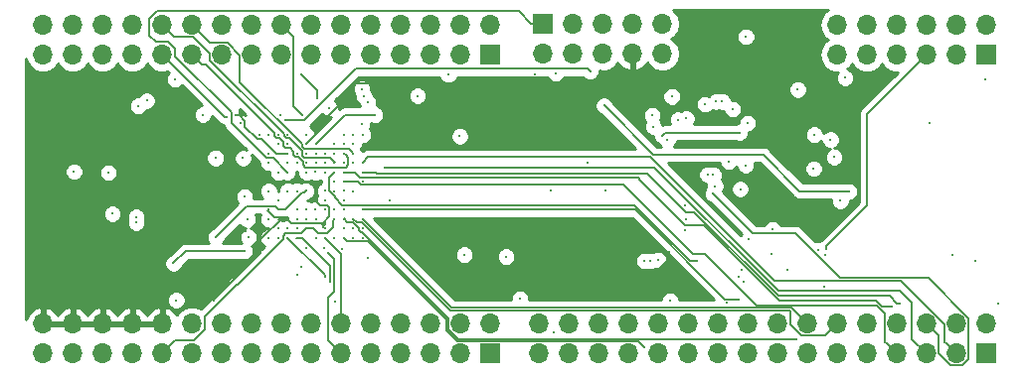
<source format=gbr>
G04 #@! TF.GenerationSoftware,KiCad,Pcbnew,6.0.0-rc1-unknown-994a9c5~65~ubuntu16.04.1*
G04 #@! TF.CreationDate,2018-07-26T22:21:31+02:00*
G04 #@! TF.ProjectId,roboy_sno,726F626F795F736E6F2E6B696361645F,rev?*
G04 #@! TF.SameCoordinates,Original*
G04 #@! TF.FileFunction,Copper,L3,Inr,Signal*
G04 #@! TF.FilePolarity,Positive*
%FSLAX46Y46*%
G04 Gerber Fmt 4.6, Leading zero omitted, Abs format (unit mm)*
G04 Created by KiCad (PCBNEW 6.0.0-rc1-unknown-994a9c5~65~ubuntu16.04.1) date Thu Jul 26 22:21:31 2018*
%MOMM*%
%LPD*%
G01*
G04 APERTURE LIST*
G04 #@! TA.AperFunction,ViaPad*
%ADD10R,1.700000X1.700000*%
G04 #@! TD*
G04 #@! TA.AperFunction,ViaPad*
%ADD11O,1.700000X1.700000*%
G04 #@! TD*
G04 #@! TA.AperFunction,ViaPad*
%ADD12C,0.301000*%
G04 #@! TD*
G04 #@! TA.AperFunction,Conductor*
%ADD13C,0.152400*%
G04 #@! TD*
G04 #@! TA.AperFunction,Conductor*
%ADD14C,0.254000*%
G04 #@! TD*
G04 APERTURE END LIST*
D10*
G04 #@! TO.N,/TDI*
G04 #@! TO.C,J4*
X157010000Y-111640000D03*
D11*
G04 #@! TO.N,GND*
X157010000Y-114180000D03*
G04 #@! TO.N,Net-(J4-Pad3)*
X159550000Y-111640000D03*
G04 #@! TO.N,Net-(J4-Pad4)*
X159550000Y-114180000D03*
G04 #@! TO.N,/TMS*
X162090000Y-111640000D03*
G04 #@! TO.N,Net-(J4-Pad6)*
X162090000Y-114180000D03*
G04 #@! TO.N,/TDO*
X164630000Y-111640000D03*
G04 #@! TO.N,3.3V*
X164630000Y-114180000D03*
G04 #@! TO.N,/TCK*
X167170000Y-111640000D03*
G04 #@! TO.N,GND*
X167170000Y-114180000D03*
G04 #@! TD*
D10*
G04 #@! TO.N,/ESP8266-12E/ADC*
G04 #@! TO.C,J5*
X194750000Y-114250000D03*
D11*
G04 #@! TO.N,/ESP8266-12E/GPIO2*
X194750000Y-111710000D03*
G04 #@! TO.N,/ESP8266-12E/GPIO16*
X192210000Y-114250000D03*
G04 #@! TO.N,/ESP8266-12E/GPIO4*
X192210000Y-111710000D03*
G04 #@! TO.N,/ESP8266-12E/GPIO15*
X189670000Y-114250000D03*
G04 #@! TO.N,/ESP8266-12E/GPIO5*
X189670000Y-111710000D03*
G04 #@! TO.N,/ESP8266-12E/GPIO14*
X187130000Y-114250000D03*
G04 #@! TO.N,/ESP8266-12E/GPIO9*
X187130000Y-111710000D03*
G04 #@! TO.N,/ESP8266-12E/GPIO13*
X184590000Y-114250000D03*
G04 #@! TO.N,/ESP8266-12E/GPIO10*
X184590000Y-111710000D03*
G04 #@! TO.N,Net-(J5-Pad11)*
X182050000Y-114250000D03*
G04 #@! TO.N,/ESP8266-12E/GPIO12*
X182050000Y-111710000D03*
G04 #@! TD*
D10*
G04 #@! TO.N,/D0*
G04 #@! TO.C,J1*
X152510000Y-114250000D03*
D11*
G04 #@! TO.N,/E0*
X152510000Y-111710000D03*
G04 #@! TO.N,/D1*
X149970000Y-114250000D03*
G04 #@! TO.N,/E1*
X149970000Y-111710000D03*
G04 #@! TO.N,/D2*
X147430000Y-114250000D03*
G04 #@! TO.N,/E2*
X147430000Y-111710000D03*
G04 #@! TO.N,/D3*
X144890000Y-114250000D03*
G04 #@! TO.N,/E3*
X144890000Y-111710000D03*
G04 #@! TO.N,/D4*
X142350000Y-114250000D03*
G04 #@! TO.N,/E4*
X142350000Y-111710000D03*
G04 #@! TO.N,/D5*
X139810000Y-114250000D03*
G04 #@! TO.N,/E5*
X139810000Y-111710000D03*
G04 #@! TO.N,/D6*
X137270000Y-114250000D03*
G04 #@! TO.N,/E6*
X137270000Y-111710000D03*
G04 #@! TO.N,/D7*
X134730000Y-114250000D03*
G04 #@! TO.N,/E7*
X134730000Y-111710000D03*
G04 #@! TO.N,/D8*
X132190000Y-114250000D03*
G04 #@! TO.N,/E8*
X132190000Y-111710000D03*
G04 #@! TO.N,/D9*
X129650000Y-114250000D03*
G04 #@! TO.N,/E9*
X129650000Y-111710000D03*
G04 #@! TO.N,/D10*
X127110000Y-114250000D03*
G04 #@! TO.N,/E10*
X127110000Y-111710000D03*
G04 #@! TO.N,/D11*
X124570000Y-114250000D03*
G04 #@! TO.N,/E11*
X124570000Y-111710000D03*
G04 #@! TO.N,/D12*
X122030000Y-114250000D03*
G04 #@! TO.N,/E12*
X122030000Y-111710000D03*
G04 #@! TO.N,/D13*
X119490000Y-114250000D03*
G04 #@! TO.N,/E13*
X119490000Y-111710000D03*
G04 #@! TO.N,/D14*
X116950000Y-114250000D03*
G04 #@! TO.N,/E14*
X116950000Y-111710000D03*
G04 #@! TO.N,/D15*
X114410000Y-114250000D03*
G04 #@! TO.N,/E15*
X114410000Y-111710000D03*
G04 #@! TD*
G04 #@! TO.N,3.3V*
G04 #@! TO.C,J2*
X114400000Y-137210000D03*
G04 #@! TO.N,GND*
X114400000Y-139750000D03*
G04 #@! TO.N,3.3V*
X116940000Y-137210000D03*
G04 #@! TO.N,GND*
X116940000Y-139750000D03*
G04 #@! TO.N,3.3V*
X119480000Y-137210000D03*
G04 #@! TO.N,GND*
X119480000Y-139750000D03*
G04 #@! TO.N,3.3V*
X122020000Y-137210000D03*
G04 #@! TO.N,GND*
X122020000Y-139750000D03*
G04 #@! TO.N,3.3V*
X124560000Y-137210000D03*
G04 #@! TO.N,GND*
X124560000Y-139750000D03*
G04 #@! TO.N,/E42*
X127100000Y-137210000D03*
G04 #@! TO.N,/D42*
X127100000Y-139750000D03*
G04 #@! TO.N,/E41*
X129640000Y-137210000D03*
G04 #@! TO.N,/D41*
X129640000Y-139750000D03*
G04 #@! TO.N,/E40*
X132180000Y-137210000D03*
G04 #@! TO.N,/D40*
X132180000Y-139750000D03*
G04 #@! TO.N,/E39*
X134720000Y-137210000D03*
G04 #@! TO.N,/D39*
X134720000Y-139750000D03*
G04 #@! TO.N,/E38*
X137260000Y-137210000D03*
G04 #@! TO.N,/D38*
X137260000Y-139750000D03*
G04 #@! TO.N,/E37*
X139800000Y-137210000D03*
G04 #@! TO.N,/D37*
X139800000Y-139750000D03*
G04 #@! TO.N,/E36*
X142340000Y-137210000D03*
G04 #@! TO.N,/D36*
X142340000Y-139750000D03*
G04 #@! TO.N,/E35*
X144880000Y-137210000D03*
G04 #@! TO.N,/D35*
X144880000Y-139750000D03*
G04 #@! TO.N,/E34*
X147420000Y-137210000D03*
G04 #@! TO.N,/D34*
X147420000Y-139750000D03*
G04 #@! TO.N,/E33*
X149960000Y-137210000D03*
G04 #@! TO.N,/D33*
X149960000Y-139750000D03*
G04 #@! TO.N,/E32*
X152500000Y-137210000D03*
D10*
G04 #@! TO.N,/D32*
X152500000Y-139750000D03*
G04 #@! TD*
G04 #@! TO.N,/D16*
G04 #@! TO.C,J3*
X194750000Y-139760000D03*
D11*
G04 #@! TO.N,/E16*
X194750000Y-137220000D03*
G04 #@! TO.N,/D17*
X192210000Y-139760000D03*
G04 #@! TO.N,/E17*
X192210000Y-137220000D03*
G04 #@! TO.N,/D18*
X189670000Y-139760000D03*
G04 #@! TO.N,/E18*
X189670000Y-137220000D03*
G04 #@! TO.N,/D19*
X187130000Y-139760000D03*
G04 #@! TO.N,/E19*
X187130000Y-137220000D03*
G04 #@! TO.N,/D20*
X184590000Y-139760000D03*
G04 #@! TO.N,/E20*
X184590000Y-137220000D03*
G04 #@! TO.N,/D21*
X182050000Y-139760000D03*
G04 #@! TO.N,/E21*
X182050000Y-137220000D03*
G04 #@! TO.N,/D22*
X179510000Y-139760000D03*
G04 #@! TO.N,/E22*
X179510000Y-137220000D03*
G04 #@! TO.N,/D23*
X176970000Y-139760000D03*
G04 #@! TO.N,/E23*
X176970000Y-137220000D03*
G04 #@! TO.N,/D24*
X174430000Y-139760000D03*
G04 #@! TO.N,/E24*
X174430000Y-137220000D03*
G04 #@! TO.N,/D25*
X171890000Y-139760000D03*
G04 #@! TO.N,/E25*
X171890000Y-137220000D03*
G04 #@! TO.N,/D26*
X169350000Y-139760000D03*
G04 #@! TO.N,/E26*
X169350000Y-137220000D03*
G04 #@! TO.N,/D27*
X166810000Y-139760000D03*
G04 #@! TO.N,/E27*
X166810000Y-137220000D03*
G04 #@! TO.N,/D28*
X164270000Y-139760000D03*
G04 #@! TO.N,/E28*
X164270000Y-137220000D03*
G04 #@! TO.N,/D29*
X161730000Y-139760000D03*
G04 #@! TO.N,/E29*
X161730000Y-137220000D03*
G04 #@! TO.N,/D30*
X159190000Y-139760000D03*
G04 #@! TO.N,/E30*
X159190000Y-137220000D03*
G04 #@! TO.N,/D31*
X156650000Y-139760000D03*
G04 #@! TO.N,/E31*
X156650000Y-137220000D03*
G04 #@! TD*
D12*
G04 #@! TO.N,GND*
X133654800Y-122682000D03*
X137642600Y-121881900D03*
X135242300Y-123482100D03*
X140840000Y-123490000D03*
X140830000Y-125895100D03*
X136842500Y-125882400D03*
X134442200Y-127495300D03*
X139240000Y-128280000D03*
X136842500Y-129082800D03*
X131590000Y-131030000D03*
X134450000Y-124300000D03*
X174441935Y-120078065D03*
X174280000Y-112710000D03*
X167590000Y-121520000D03*
X171670000Y-125470000D03*
X131448601Y-123090901D03*
X129100000Y-123080000D03*
X125770000Y-135210000D03*
X129130000Y-129840000D03*
X139260000Y-135370000D03*
X125520000Y-132070000D03*
X157680000Y-125880001D03*
X162350000Y-125830000D03*
X150310000Y-131330000D03*
X157900000Y-137970000D03*
X195780000Y-135520000D03*
X142650000Y-119390000D03*
X178690000Y-117240000D03*
X174548800Y-129984500D03*
X181025800Y-131381500D03*
X149910800Y-121221500D03*
G04 #@! TO.N,3.3V*
X180400000Y-116200000D03*
X171000000Y-126800000D03*
X180800000Y-120300000D03*
X165700000Y-116800000D03*
X162900000Y-120600000D03*
X136842500Y-121881900D03*
X135255000Y-122694700D03*
X135242300Y-128295400D03*
X137630000Y-126682500D03*
X138450000Y-129100000D03*
X169130000Y-127090000D03*
X169150000Y-128290000D03*
X169120000Y-129210000D03*
X118230000Y-123520000D03*
X118200000Y-130010000D03*
X125030000Y-127340000D03*
X156300000Y-115940000D03*
X158610000Y-118690000D03*
X134442200Y-125095000D03*
X132842000Y-124282200D03*
X128220000Y-125170000D03*
X133629400Y-127495300D03*
X131680000Y-129331452D03*
X130838201Y-119450000D03*
X140042900Y-126695200D03*
X143960000Y-126680000D03*
X145730000Y-128380000D03*
X151660000Y-134780000D03*
X167750000Y-131100000D03*
X128960000Y-135250000D03*
X126900000Y-134280000D03*
X174409100Y-126593600D03*
X140042900Y-123494800D03*
X117017800Y-120624600D03*
G04 #@! TO.N,VDD5V*
X160782000Y-123444000D03*
X173795000Y-125730000D03*
G04 #@! TO.N,Net-(C8-Pad2)*
X171750000Y-118250000D03*
X171000000Y-124500000D03*
G04 #@! TO.N,Net-(C10-Pad1)*
X169200000Y-119700000D03*
X172800000Y-123400000D03*
G04 #@! TO.N,Net-(C11-Pad2)*
X172250000Y-118250000D03*
X171500000Y-124500000D03*
G04 #@! TO.N,/ESP8266-12E/GPIO9*
X181775100Y-122999500D03*
G04 #@! TO.N,/ESP8266-12E/GPIO10*
X181483000Y-121500900D03*
G04 #@! TO.N,/ESP8266-12E/GPIO15*
X181127400Y-130810000D03*
G04 #@! TO.N,Net-(L1-Pad2)*
X174244000Y-123698000D03*
X166370000Y-120396000D03*
G04 #@! TO.N,GPIO0*
X162200000Y-118600000D03*
X183057800Y-125920500D03*
G04 #@! TO.N,RESET*
X167970200Y-117830600D03*
X182740300Y-116230400D03*
X194627500Y-116395500D03*
G04 #@! TO.N,DTR*
X166300000Y-119400000D03*
X170800000Y-118500000D03*
G04 #@! TO.N,Net-(R1-Pad1)*
X135242300Y-121881900D03*
X120330000Y-127830000D03*
G04 #@! TO.N,Net-(R2-Pad2)*
X137642600Y-123494800D03*
X122360000Y-128100000D03*
X133642100Y-123482100D03*
G04 #@! TO.N,Net-(R3-Pad1)*
X134442200Y-121881900D03*
X119990000Y-124310000D03*
G04 #@! TO.N,Net-(R4-Pad2)*
X136840000Y-122690000D03*
X122340000Y-128590000D03*
G04 #@! TO.N,RESET_N*
X138820000Y-118800000D03*
X137740000Y-117940000D03*
X136400000Y-115950000D03*
X125650000Y-116380000D03*
X117060000Y-124230000D03*
G04 #@! TO.N,Net-(R9-Pad2)*
X177774600Y-132651500D03*
X189941200Y-120116600D03*
G04 #@! TO.N,Net-(U2-Pad3)*
X136042400Y-125890000D03*
X131570000Y-126370000D03*
G04 #@! TO.N,SPI_MOSI*
X173630000Y-133180000D03*
X138400000Y-133240000D03*
X135242300Y-129890000D03*
X176542700Y-129133600D03*
G04 #@! TO.N,SPI_MISO*
X136042400Y-129900000D03*
X138860000Y-133619100D03*
X174120000Y-133620000D03*
X180950000Y-134050000D03*
X182321200Y-126720600D03*
X180047900Y-123977400D03*
G04 #@! TO.N,SPI_CSO*
X180467000Y-130911600D03*
X180111400Y-121081800D03*
G04 #@! TO.N,SPI_CLK*
X173920000Y-132610000D03*
X176428400Y-131229100D03*
G04 #@! TO.N,Net-(U4-Pad21)*
X173164500Y-118910100D03*
X191871600Y-131356100D03*
G04 #@! TO.N,Net-(U4-Pad22)*
X168500000Y-119800000D03*
X193840100Y-131838700D03*
G04 #@! TO.N,/D0*
X139240000Y-121890000D03*
X148932900Y-115976400D03*
G04 #@! TO.N,/E0*
X139242800Y-122694700D03*
G04 #@! TO.N,/D1*
X141560000Y-117170000D03*
G04 #@! TO.N,/E1*
X141750000Y-117780000D03*
G04 #@! TO.N,/D2*
X142080000Y-118300000D03*
G04 #@! TO.N,/D3*
X137642600Y-122690000D03*
G04 #@! TO.N,/E3*
X138440000Y-123494800D03*
G04 #@! TO.N,/D5*
X136842500Y-121094500D03*
G04 #@! TO.N,/E5*
X135240000Y-121090000D03*
G04 #@! TO.N,/D7*
X136842500Y-123494800D03*
G04 #@! TO.N,/E7*
X136050000Y-122690000D03*
X136500000Y-119430000D03*
G04 #@! TO.N,/D8*
X133640000Y-121090000D03*
G04 #@! TO.N,/E8*
X134442200Y-121094500D03*
G04 #@! TO.N,/E9*
X132842000Y-121100000D03*
G04 #@! TO.N,/D10*
X140040000Y-122690000D03*
G04 #@! TO.N,/E10*
X140830300Y-122694700D03*
G04 #@! TO.N,/D11*
X130080000Y-119540000D03*
X138440000Y-122682000D03*
G04 #@! TO.N,/E11*
X139242800Y-123482100D03*
G04 #@! TO.N,/D12*
X141560000Y-120150000D03*
G04 #@! TO.N,/E12*
X141630400Y-121081800D03*
G04 #@! TO.N,/D13*
X140042900Y-121881900D03*
X122530000Y-118630000D03*
G04 #@! TO.N,/E13*
X140840000Y-121894600D03*
X123250000Y-118180000D03*
G04 #@! TO.N,/D14*
X140042900Y-121094500D03*
G04 #@! TO.N,/E14*
X140850000Y-121081800D03*
G04 #@! TO.N,/D15*
X138442700Y-124290000D03*
G04 #@! TO.N,/E15*
X137630000Y-124280000D03*
G04 #@! TO.N,/D16*
X140042900Y-124282200D03*
X186730000Y-135790000D03*
G04 #@! TO.N,/E16*
X139240000Y-124290000D03*
X170110000Y-131840000D03*
G04 #@! TO.N,/D17*
X141643100Y-123482100D03*
G04 #@! TO.N,/E17*
X141630400Y-124282200D03*
X187350000Y-135490000D03*
G04 #@! TO.N,/D18*
X143543065Y-123913065D03*
G04 #@! TO.N,/E18*
X171488100Y-126136400D03*
G04 #@! TO.N,/D19*
X140042900Y-125090000D03*
G04 #@! TO.N,/E19*
X139240000Y-125090000D03*
G04 #@! TO.N,/D20*
X140042900Y-127495300D03*
G04 #@! TO.N,/E20*
X140030200Y-128295400D03*
X178580000Y-138530000D03*
G04 #@! TO.N,/D21*
X141630000Y-129082800D03*
X155040000Y-135060000D03*
G04 #@! TO.N,/E21*
X140830300Y-128282700D03*
G04 #@! TO.N,/D22*
X141630400Y-127495300D03*
X173620000Y-135130000D03*
G04 #@! TO.N,/E22*
X141630400Y-128295400D03*
G04 #@! TO.N,/D23*
X140042900Y-125882400D03*
X172650000Y-135440000D03*
G04 #@! TO.N,/E23*
X139242800Y-127482600D03*
G04 #@! TO.N,/D24*
X166160000Y-131851799D03*
G04 #@! TO.N,/E24*
X165630000Y-131851799D03*
G04 #@! TO.N,/D25*
X138430000Y-125882400D03*
G04 #@! TO.N,/E25*
X139230100Y-125895100D03*
G04 #@! TO.N,/D26*
X141643100Y-125095000D03*
X167810000Y-135260000D03*
G04 #@! TO.N,/E26*
X166810000Y-131790000D03*
G04 #@! TO.N,/D27*
X140030000Y-129080000D03*
G04 #@! TO.N,/E27*
X140040000Y-129880000D03*
X165580000Y-139210000D03*
G04 #@! TO.N,/D28*
X138442700Y-127482600D03*
G04 #@! TO.N,/E28*
X138440000Y-126690000D03*
G04 #@! TO.N,/D29*
X140830300Y-129095500D03*
G04 #@! TO.N,/E29*
X140830300Y-129882900D03*
G04 #@! TO.N,/D30*
X141630400Y-129895600D03*
G04 #@! TO.N,/E30*
X153840000Y-131490000D03*
G04 #@! TO.N,/D31*
X142080000Y-131570000D03*
X137640000Y-128295400D03*
G04 #@! TO.N,/E31*
X137629900Y-127482600D03*
G04 #@! TO.N,/D32*
X136840000Y-128290000D03*
G04 #@! TO.N,/E32*
X136840000Y-127482600D03*
G04 #@! TO.N,/D33*
X137642600Y-129882900D03*
G04 #@! TO.N,/E33*
X136800000Y-130750000D03*
G04 #@! TO.N,/D34*
X136040000Y-127482600D03*
G04 #@! TO.N,/E34*
X136042400Y-128295400D03*
X136110000Y-133070000D03*
G04 #@! TO.N,/D35*
X135240000Y-129100000D03*
G04 #@! TO.N,/E35*
X136029700Y-129095500D03*
X136370000Y-132400000D03*
G04 #@! TO.N,/D36*
X138390000Y-130790000D03*
G04 #@! TO.N,/E36*
X139900000Y-130830000D03*
G04 #@! TO.N,/D37*
X139240000Y-129880000D03*
X138720000Y-131200000D03*
G04 #@! TO.N,/E37*
X138440000Y-129880000D03*
G04 #@! TO.N,/D38*
X133640000Y-128290000D03*
G04 #@! TO.N,/E38*
X131840000Y-128320000D03*
G04 #@! TO.N,/E42*
X135250000Y-125890000D03*
G04 #@! TO.N,/D42*
X134442200Y-126695200D03*
G04 #@! TO.N,/E41*
X131920000Y-129820000D03*
G04 #@! TO.N,/D41*
X133642100Y-129882900D03*
G04 #@! TO.N,/E39*
X134442200Y-129882900D03*
G04 #@! TO.N,/D39*
X134430000Y-129090000D03*
G04 #@! TO.N,/TCK*
X133640000Y-125890000D03*
X158088601Y-115830000D03*
G04 #@! TO.N,/TDO*
X136842500Y-124282200D03*
G04 #@! TO.N,/TMS*
X161011399Y-115703601D03*
X135040000Y-119800000D03*
X131220000Y-120110000D03*
G04 #@! TO.N,/TDI*
X135240000Y-124290000D03*
G04 #@! TO.N,Net-(R7-Pad2)*
X136040000Y-123482100D03*
X146330000Y-117770000D03*
G04 #@! TO.N,Net-(D5-Pad1)*
X167132000Y-121158000D03*
X173736000Y-120904000D03*
G04 #@! TO.N,Net-(SW1-Pad2)*
X128016000Y-119380000D03*
X134620000Y-119380000D03*
G04 #@! TD*
D13*
G04 #@! TO.N,GND*
X134682839Y-127450000D02*
X134470000Y-127450000D01*
X135051070Y-127450000D02*
X134682839Y-127450000D01*
X136480571Y-126020499D02*
X135051070Y-127450000D01*
X136689501Y-126020499D02*
X136480571Y-126020499D01*
X136840000Y-125870000D02*
X136689501Y-126020499D01*
X131764809Y-127205191D02*
X129130000Y-129840000D01*
X134470000Y-127450000D02*
X134225191Y-127205191D01*
X134225191Y-127205191D02*
X131764809Y-127205191D01*
X131590000Y-131030000D02*
X126560000Y-131030000D01*
X126560000Y-131030000D02*
X125520000Y-132070000D01*
X141178930Y-119390000D02*
X142650000Y-119390000D01*
X137640000Y-121880000D02*
X140130000Y-119390000D01*
X140130000Y-119390000D02*
X141178930Y-119390000D01*
X137411070Y-129080000D02*
X137022839Y-129080000D01*
X137022839Y-129080000D02*
X136810000Y-129080000D01*
X137810171Y-129479101D02*
X137411070Y-129080000D01*
X138631969Y-129479101D02*
X137810171Y-129479101D01*
X139089501Y-129021569D02*
X138631969Y-129479101D01*
X139089501Y-128430499D02*
X139089501Y-129021569D01*
X139240000Y-128280000D02*
X139089501Y-128430499D01*
X136810000Y-129080000D02*
X136379101Y-129510899D01*
X134850899Y-129990171D02*
X130991070Y-133850000D01*
X135048031Y-129510899D02*
X134850899Y-129708031D01*
X136379101Y-129510899D02*
X135048031Y-129510899D01*
X134850899Y-129708031D02*
X134850899Y-129990171D01*
X130991070Y-133850000D02*
X130830000Y-133850000D01*
X125638601Y-138671399D02*
X125409999Y-138900001D01*
X127234931Y-138671399D02*
X125638601Y-138671399D01*
X125409999Y-138900001D02*
X124560000Y-139750000D01*
X128178601Y-137727729D02*
X127234931Y-138671399D01*
X128178601Y-136592469D02*
X128178601Y-137727729D01*
X130830000Y-133941070D02*
X128178601Y-136592469D01*
X130830000Y-133850000D02*
X130830000Y-133941070D01*
G04 #@! TO.N,3.3V*
X135039501Y-128119501D02*
X134109501Y-128119501D01*
X135190000Y-128270000D02*
X135039501Y-128119501D01*
X134109501Y-128119501D02*
X133500000Y-127510000D01*
X134251070Y-122700000D02*
X133030171Y-121479101D01*
X135220000Y-122700000D02*
X134251070Y-122700000D01*
X133030171Y-121479101D02*
X132648031Y-121479101D01*
X131121070Y-119450000D02*
X130838201Y-119450000D01*
X132648031Y-121479101D02*
X131599101Y-120430171D01*
X131599101Y-120430171D02*
X131599101Y-119928031D01*
X131599101Y-119928031D02*
X131121070Y-119450000D01*
X136840000Y-121880000D02*
X137580000Y-121140000D01*
X137580000Y-121140000D02*
X137580000Y-120820000D01*
X135589101Y-128669101D02*
X135340499Y-128420499D01*
X137630000Y-126700000D02*
X138040899Y-127110899D01*
X138040899Y-127110899D02*
X138621969Y-127110899D01*
X138819101Y-128080899D02*
X138230899Y-128669101D01*
X138621969Y-127110899D02*
X138819101Y-127308031D01*
X138819101Y-127308031D02*
X138819101Y-128080899D01*
X135340499Y-128420499D02*
X135190000Y-128270000D01*
X134688930Y-128270000D02*
X132930000Y-130028930D01*
X135190000Y-128270000D02*
X134688930Y-128270000D01*
X132930000Y-130028930D02*
X132930000Y-130760000D01*
X145730000Y-128380000D02*
X145730000Y-128850000D01*
X145730000Y-128850000D02*
X151660000Y-134780000D01*
X152200000Y-134240000D02*
X165170000Y-134240000D01*
X151660000Y-134780000D02*
X152200000Y-134240000D01*
X165170000Y-134240000D02*
X167750000Y-131660000D01*
X167750000Y-131660000D02*
X167750000Y-131100000D01*
X128960000Y-135158930D02*
X128960000Y-135250000D01*
X132930000Y-130760000D02*
X132930000Y-131188930D01*
X132930000Y-131188930D02*
X128960000Y-135158930D01*
X138299501Y-128828602D02*
X138140000Y-128669101D01*
X138299501Y-128949501D02*
X138299501Y-128828602D01*
X138450000Y-129100000D02*
X138299501Y-128949501D01*
X138230899Y-128669101D02*
X138140000Y-128669101D01*
X138140000Y-128669101D02*
X135589101Y-128669101D01*
X137580000Y-120601070D02*
X140716000Y-117465070D01*
X137580000Y-120820000D02*
X137580000Y-120601070D01*
X140716000Y-117465070D02*
X140716000Y-116878100D01*
X140919200Y-116674900D02*
X153873200Y-116674900D01*
X140716000Y-116878100D02*
X140919200Y-116674900D01*
X153873200Y-116674900D02*
X154228800Y-117030500D01*
G04 #@! TO.N,/ESP8266-12E/GPIO15*
X184590000Y-127134561D02*
X184590000Y-119330000D01*
X181127400Y-130597161D02*
X184590000Y-127134561D01*
X184590000Y-119330000D02*
X189670000Y-114250000D01*
X181127400Y-130810000D02*
X181127400Y-130597161D01*
G04 #@! TO.N,GPIO0*
X162200000Y-118600000D02*
X166400000Y-122800000D01*
X166400000Y-122800000D02*
X175738930Y-122800000D01*
X178859430Y-125920500D02*
X175738930Y-122800000D01*
X183057800Y-125920500D02*
X178859430Y-125920500D01*
G04 #@! TO.N,RESET_N*
X137740000Y-117940000D02*
X137740000Y-117290000D01*
X137740000Y-117290000D02*
X136400000Y-115950000D01*
G04 #@! TO.N,SPI_MOSI*
X138400000Y-133060000D02*
X138400000Y-133240000D01*
X135230000Y-129890000D02*
X138400000Y-133060000D01*
G04 #@! TO.N,SPI_MISO*
X138860000Y-132248930D02*
X138860000Y-133619100D01*
X136020000Y-129900000D02*
X136511070Y-129900000D01*
X136511070Y-129900000D02*
X138860000Y-132248930D01*
G04 #@! TO.N,/E7*
X135579999Y-112559999D02*
X134730000Y-111710000D01*
X135726201Y-112706201D02*
X135579999Y-112559999D01*
X135726201Y-118656201D02*
X135726201Y-112706201D01*
X136500000Y-119430000D02*
X135726201Y-118656201D01*
G04 #@! TO.N,/D10*
X140190499Y-122840499D02*
X140040000Y-122690000D01*
X140409101Y-123059101D02*
X140190499Y-122840499D01*
X140409101Y-123651969D02*
X140409101Y-123059101D01*
X140201969Y-123859101D02*
X140409101Y-123651969D01*
X136749983Y-123859101D02*
X140201969Y-123859101D01*
X136162417Y-122986701D02*
X136543299Y-123367583D01*
X136543299Y-123652417D02*
X136749983Y-123859101D01*
X135753299Y-122832417D02*
X135907583Y-122986701D01*
X136543299Y-123367583D02*
X136543299Y-123652417D01*
X135753299Y-122547583D02*
X135753299Y-122832417D01*
X135058031Y-122249101D02*
X135454817Y-122249101D01*
X134860899Y-122051969D02*
X135058031Y-122249101D01*
X134860899Y-121688031D02*
X134860899Y-122051969D01*
X134549569Y-121376701D02*
X134860899Y-121688031D01*
X135907583Y-122986701D02*
X136162417Y-122986701D01*
X135454817Y-122249101D02*
X135753299Y-122547583D01*
X134307583Y-121376701D02*
X134549569Y-121376701D01*
X134153299Y-121222417D02*
X134307583Y-121376701D01*
X134153299Y-120937583D02*
X134153299Y-121222417D01*
X128315715Y-115099999D02*
X134153299Y-120937583D01*
X127959999Y-115099999D02*
X128315715Y-115099999D01*
X127110000Y-114250000D02*
X127959999Y-115099999D01*
G04 #@! TO.N,/E10*
X140699501Y-122549501D02*
X140850000Y-122700000D01*
X136460899Y-122113767D02*
X136658031Y-122310899D01*
X131193799Y-116604681D02*
X136460899Y-121871781D01*
X140460899Y-122310899D02*
X140699501Y-122549501D01*
X131193799Y-114319421D02*
X131193799Y-116604681D01*
X136658031Y-122310899D02*
X140460899Y-122310899D01*
X130128177Y-113253799D02*
X131193799Y-114319421D01*
X128653799Y-113253799D02*
X130128177Y-113253799D01*
X136460899Y-121871781D02*
X136460899Y-122113767D01*
X127110000Y-111710000D02*
X128653799Y-113253799D01*
G04 #@! TO.N,/D11*
X124570000Y-114250000D02*
X129860000Y-119540000D01*
X129860000Y-119540000D02*
X130080000Y-119540000D01*
G04 #@! TO.N,/E11*
X138829101Y-123069101D02*
X139099501Y-123339501D01*
X136658031Y-123069101D02*
X138829101Y-123069101D01*
X136460899Y-122871969D02*
X136658031Y-123069101D01*
X139099501Y-123339501D02*
X139250000Y-123490000D01*
X135419298Y-121386701D02*
X136460899Y-122428302D01*
X135097583Y-121386701D02*
X135419298Y-121386701D01*
X134943299Y-121232417D02*
X135097583Y-121386701D01*
X134943299Y-121017677D02*
X134943299Y-121232417D01*
X128653799Y-114728177D02*
X134943299Y-121017677D01*
X128653799Y-114163799D02*
X128653799Y-114728177D01*
X127196201Y-112706201D02*
X128653799Y-114163799D01*
X125566201Y-112706201D02*
X127196201Y-112706201D01*
X136460899Y-122428302D02*
X136460899Y-122871969D01*
X124570000Y-111710000D02*
X125566201Y-112706201D01*
G04 #@! TO.N,/D16*
X140030000Y-124300000D02*
X140960000Y-124300000D01*
X141443299Y-124783299D02*
X144806701Y-124783299D01*
X140960000Y-124300000D02*
X141443299Y-124783299D01*
X144806701Y-124783299D02*
X144810000Y-124780000D01*
X144806701Y-124783299D02*
X165203299Y-124783299D01*
X170686365Y-128830899D02*
X177135466Y-135280000D01*
X169129829Y-128830899D02*
X170686365Y-128830899D01*
X165203299Y-124783299D02*
X165203299Y-124904369D01*
X165203299Y-124904369D02*
X169129829Y-128830899D01*
X177135466Y-135280000D02*
X185380000Y-135280000D01*
X185380000Y-135280000D02*
X185890000Y-135790000D01*
X185890000Y-135790000D02*
X186730000Y-135790000D01*
G04 #@! TO.N,/E16*
X139240000Y-124290000D02*
X138780000Y-124750000D01*
X138780000Y-125889118D02*
X139260882Y-126370000D01*
X138780000Y-124750000D02*
X138780000Y-125889118D01*
X139260882Y-126370000D02*
X139260882Y-126471952D01*
X139878930Y-127090000D02*
X164790000Y-127090000D01*
X164790000Y-127090000D02*
X169540000Y-131840000D01*
X169540000Y-131840000D02*
X170110000Y-131840000D01*
X139260882Y-126471952D02*
X139878930Y-127090000D01*
G04 #@! TO.N,/D17*
X166165634Y-122996700D02*
X176728934Y-133560000D01*
X141630000Y-123480000D02*
X142113300Y-122996700D01*
X142113300Y-122996700D02*
X166165634Y-122996700D01*
X191360001Y-138910001D02*
X192210000Y-139760000D01*
X191213799Y-137289421D02*
X191213799Y-138763799D01*
X191213799Y-138763799D02*
X191360001Y-138910001D01*
X187484378Y-133560000D02*
X191213799Y-137289421D01*
X176728934Y-133560000D02*
X187484378Y-133560000D01*
G04 #@! TO.N,/E17*
X141640000Y-124300000D02*
X142717012Y-124300000D01*
X187137161Y-135490000D02*
X186507161Y-134860000D01*
X187350000Y-135490000D02*
X187137161Y-135490000D01*
X186507161Y-134860000D02*
X177030000Y-134860000D01*
X177030000Y-134860000D02*
X169870000Y-127700000D01*
X169178930Y-127700000D02*
X165898930Y-124420000D01*
X169870000Y-127700000D02*
X169178930Y-127700000D01*
X142837012Y-124420000D02*
X142717012Y-124300000D01*
X165898930Y-124420000D02*
X142837012Y-124420000D01*
G04 #@! TO.N,/D18*
X177019101Y-134429101D02*
X187410899Y-134429101D01*
X143543065Y-123913065D02*
X166503065Y-123913065D01*
X166503065Y-123913065D02*
X177019101Y-134429101D01*
X187410899Y-134429101D02*
X188420000Y-135438202D01*
X188420000Y-138510000D02*
X189670000Y-139760000D01*
X188420000Y-135438202D02*
X188420000Y-138510000D01*
G04 #@! TO.N,/E18*
X190666201Y-139690579D02*
X190666201Y-138216201D01*
X191731823Y-140756201D02*
X190666201Y-139690579D01*
X192688177Y-140756201D02*
X191731823Y-140756201D01*
X193206201Y-140238177D02*
X192688177Y-140756201D01*
X193206201Y-136741823D02*
X193206201Y-140238177D01*
X189801968Y-133337590D02*
X193206201Y-136741823D01*
X182331920Y-133337590D02*
X189801968Y-133337590D01*
X178507031Y-129512701D02*
X182331920Y-133337590D01*
X190519999Y-138069999D02*
X189670000Y-137220000D01*
X174864401Y-129512701D02*
X178507031Y-129512701D01*
X190666201Y-138216201D02*
X190519999Y-138069999D01*
X171488100Y-126136400D02*
X174864401Y-129512701D01*
G04 #@! TO.N,/D19*
X141487583Y-125376701D02*
X163863299Y-125376701D01*
X140020000Y-125090000D02*
X141200882Y-125090000D01*
X141200882Y-125090000D02*
X141487583Y-125376701D01*
X163863299Y-125376701D02*
X169746598Y-131260000D01*
X169746598Y-131260000D02*
X170800000Y-131260000D01*
X170800000Y-131260000D02*
X175180000Y-135640000D01*
X186280001Y-138910001D02*
X187130000Y-139760000D01*
X186133799Y-138763799D02*
X186280001Y-138910001D01*
X185425466Y-135640000D02*
X186133799Y-136348333D01*
X186133799Y-136348333D02*
X186133799Y-138763799D01*
X175180000Y-135640000D02*
X185425466Y-135640000D01*
G04 #@! TO.N,/E20*
X148963799Y-137688177D02*
X149805622Y-138530000D01*
X149805622Y-138530000D02*
X178580000Y-138530000D01*
X148963799Y-136731823D02*
X148963799Y-137688177D01*
X141598677Y-129366701D02*
X148963799Y-136731823D01*
X140316701Y-128566701D02*
X140802167Y-128566701D01*
X141333299Y-129097833D02*
X141333299Y-129212417D01*
X140010000Y-128260000D02*
X140316701Y-128566701D01*
X141487583Y-129366701D02*
X141598677Y-129366701D01*
X140802167Y-128566701D02*
X141333299Y-129097833D01*
X141333299Y-129212417D02*
X141487583Y-129366701D01*
G04 #@! TO.N,/E21*
X181200001Y-138069999D02*
X182050000Y-137220000D01*
X181053799Y-138216201D02*
X181200001Y-138069999D01*
X178060285Y-137244663D02*
X179031823Y-138216201D01*
X178060285Y-136084819D02*
X178060285Y-137244663D01*
X149130284Y-136084819D02*
X178060285Y-136084819D01*
X179031823Y-138216201D02*
X181053799Y-138216201D01*
X141612167Y-128566701D02*
X149130284Y-136084819D01*
X141116701Y-128566701D02*
X141612167Y-128566701D01*
X140820000Y-128270000D02*
X141116701Y-128566701D01*
G04 #@! TO.N,/D22*
X172515466Y-135130000D02*
X173620000Y-135130000D01*
X141640000Y-127480000D02*
X164865466Y-127480000D01*
X164865466Y-127480000D02*
X172515466Y-135130000D01*
G04 #@! TO.N,/E22*
X178660001Y-136370001D02*
X179510000Y-137220000D01*
X178152409Y-135862409D02*
X178660001Y-136370001D01*
X149222409Y-135862409D02*
X178152409Y-135862409D01*
X141630000Y-128270000D02*
X149222409Y-135862409D01*
G04 #@! TO.N,/E27*
X140326701Y-130166701D02*
X142084143Y-130166701D01*
X140040000Y-129880000D02*
X140326701Y-130166701D01*
X149713497Y-138752410D02*
X165122410Y-138752410D01*
X142084143Y-130166701D02*
X148741389Y-136823947D01*
X165122410Y-138752410D02*
X165580000Y-139210000D01*
X148741389Y-136823947D02*
X148741389Y-137780302D01*
X148741389Y-137780302D02*
X149713497Y-138752410D01*
G04 #@! TO.N,/D37*
X138720000Y-138670000D02*
X138720000Y-134980000D01*
X139800000Y-139750000D02*
X138720000Y-138670000D01*
X139239101Y-131719101D02*
X138720000Y-131200000D01*
X138720000Y-134980000D02*
X139239101Y-134460899D01*
X139239101Y-134460899D02*
X139239101Y-131719101D01*
G04 #@! TO.N,/E37*
X139800000Y-131240000D02*
X138440000Y-129880000D01*
X139800000Y-137210000D02*
X139800000Y-131240000D01*
G04 #@! TO.N,/TMS*
X135049101Y-119809101D02*
X135040000Y-119800000D01*
X136681969Y-119809101D02*
X135049101Y-119809101D01*
X141040171Y-115450899D02*
X136681969Y-119809101D01*
X161011399Y-115703601D02*
X160758697Y-115450899D01*
X160758697Y-115450899D02*
X141040171Y-115450899D01*
G04 #@! TO.N,/TDI*
X123491399Y-112610527D02*
X123491399Y-111192271D01*
X124052271Y-113171399D02*
X123491399Y-112610527D01*
X125087729Y-113171399D02*
X124052271Y-113171399D01*
X125648601Y-113732271D02*
X125087729Y-113171399D01*
X123491399Y-111192271D02*
X124122271Y-110561399D01*
X125648601Y-114384931D02*
X125648601Y-113732271D01*
X130459101Y-119195431D02*
X125648601Y-114384931D01*
X130459101Y-120091970D02*
X130459101Y-119195431D01*
X133458031Y-123090900D02*
X130459101Y-120091970D01*
X134030900Y-123090900D02*
X133458031Y-123090900D01*
X135230000Y-124290000D02*
X134030900Y-123090900D01*
X156007600Y-111640000D02*
X157010000Y-111640000D01*
X154928999Y-110561399D02*
X156007600Y-111640000D01*
X124122271Y-110561399D02*
X154928999Y-110561399D01*
G04 #@! TO.N,Net-(D5-Pad1)*
X167386000Y-120904000D02*
X167644930Y-120904000D01*
X167644930Y-120904000D02*
X173736000Y-120904000D01*
X167132000Y-121158000D02*
X167386000Y-120904000D01*
G04 #@! TD*
D14*
G04 #@! TO.N,3.3V*
G36*
X113011161Y-114829418D02*
X113339375Y-115320625D01*
X113830582Y-115648839D01*
X114263744Y-115735000D01*
X114556256Y-115735000D01*
X114989418Y-115648839D01*
X115480625Y-115320625D01*
X115680000Y-115022239D01*
X115879375Y-115320625D01*
X116370582Y-115648839D01*
X116803744Y-115735000D01*
X117096256Y-115735000D01*
X117529418Y-115648839D01*
X118020625Y-115320625D01*
X118220000Y-115022239D01*
X118419375Y-115320625D01*
X118910582Y-115648839D01*
X119343744Y-115735000D01*
X119636256Y-115735000D01*
X120069418Y-115648839D01*
X120560625Y-115320625D01*
X120760000Y-115022239D01*
X120959375Y-115320625D01*
X121450582Y-115648839D01*
X121883744Y-115735000D01*
X122176256Y-115735000D01*
X122609418Y-115648839D01*
X123100625Y-115320625D01*
X123300000Y-115022239D01*
X123499375Y-115320625D01*
X123990582Y-115648839D01*
X124423744Y-115735000D01*
X124716256Y-115735000D01*
X124993971Y-115679759D01*
X125116673Y-115802462D01*
X124984085Y-115935050D01*
X124864500Y-116223754D01*
X124864500Y-116536246D01*
X124984085Y-116824950D01*
X125205050Y-117045915D01*
X125493754Y-117165500D01*
X125806246Y-117165500D01*
X126094950Y-117045915D01*
X126227538Y-116913327D01*
X127908711Y-118594500D01*
X127859754Y-118594500D01*
X127571050Y-118714085D01*
X127350085Y-118935050D01*
X127230500Y-119223754D01*
X127230500Y-119536246D01*
X127350085Y-119824950D01*
X127571050Y-120045915D01*
X127859754Y-120165500D01*
X128172246Y-120165500D01*
X128460950Y-120045915D01*
X128681915Y-119824950D01*
X128801500Y-119536246D01*
X128801500Y-119487289D01*
X129307578Y-119993367D01*
X129347254Y-120052746D01*
X129406633Y-120092422D01*
X129406635Y-120092424D01*
X129510786Y-120162015D01*
X129582504Y-120209936D01*
X129702271Y-120233759D01*
X129767550Y-120260798D01*
X129789165Y-120369465D01*
X129789166Y-120369466D01*
X129906677Y-120545334D01*
X129906679Y-120545336D01*
X129946355Y-120604715D01*
X130005735Y-120644392D01*
X131710511Y-122349168D01*
X131604847Y-122305401D01*
X131292355Y-122305401D01*
X131003651Y-122424986D01*
X130782686Y-122645951D01*
X130663101Y-122934655D01*
X130663101Y-123247147D01*
X130782686Y-123535851D01*
X131003651Y-123756816D01*
X131292355Y-123876401D01*
X131604847Y-123876401D01*
X131893551Y-123756816D01*
X132114516Y-123535851D01*
X132234101Y-123247147D01*
X132234101Y-122934655D01*
X132190334Y-122828992D01*
X132856600Y-123495258D01*
X132856600Y-123638346D01*
X132976185Y-123927050D01*
X133197150Y-124148015D01*
X133485854Y-124267600D01*
X133664500Y-124267600D01*
X133664500Y-124456246D01*
X133784085Y-124744950D01*
X134005050Y-124965915D01*
X134293754Y-125085500D01*
X134606246Y-125085500D01*
X134857071Y-124981605D01*
X135083754Y-125075500D01*
X135396246Y-125075500D01*
X135684950Y-124955915D01*
X135905915Y-124734950D01*
X136025500Y-124446246D01*
X136025500Y-124267600D01*
X136057000Y-124267600D01*
X136057000Y-124438446D01*
X136176585Y-124727150D01*
X136397550Y-124948115D01*
X136686254Y-125067700D01*
X136998746Y-125067700D01*
X137238906Y-124968223D01*
X137473754Y-125065500D01*
X137786246Y-125065500D01*
X138024279Y-124966904D01*
X138068800Y-124985345D01*
X138068800Y-125181794D01*
X137985050Y-125216485D01*
X137764085Y-125437450D01*
X137644500Y-125726154D01*
X137644500Y-126038646D01*
X137752040Y-126298271D01*
X137654500Y-126533754D01*
X137654500Y-126697100D01*
X137473654Y-126697100D01*
X137234950Y-126795974D01*
X136996246Y-126697100D01*
X136933489Y-126697100D01*
X136966997Y-126690435D01*
X137003947Y-126665746D01*
X137287450Y-126548315D01*
X137508415Y-126327350D01*
X137628000Y-126038646D01*
X137628000Y-125726154D01*
X137508415Y-125437450D01*
X137287450Y-125216485D01*
X136998746Y-125096900D01*
X136686254Y-125096900D01*
X136433276Y-125201687D01*
X136198646Y-125104500D01*
X135886154Y-125104500D01*
X135646200Y-125203892D01*
X135406246Y-125104500D01*
X135093754Y-125104500D01*
X134805050Y-125224085D01*
X134584085Y-125445050D01*
X134464500Y-125733754D01*
X134464500Y-125909700D01*
X134425500Y-125909700D01*
X134425500Y-125733754D01*
X134305915Y-125445050D01*
X134084950Y-125224085D01*
X133796246Y-125104500D01*
X133483754Y-125104500D01*
X133195050Y-125224085D01*
X132974085Y-125445050D01*
X132854500Y-125733754D01*
X132854500Y-126046246D01*
X132974085Y-126334950D01*
X133133126Y-126493991D01*
X132355500Y-126493991D01*
X132355500Y-126213754D01*
X132235915Y-125925050D01*
X132014950Y-125704085D01*
X131726246Y-125584500D01*
X131413754Y-125584500D01*
X131125050Y-125704085D01*
X130904085Y-125925050D01*
X130784500Y-126213754D01*
X130784500Y-126526246D01*
X130904085Y-126814950D01*
X131026673Y-126937538D01*
X128864427Y-129099785D01*
X128685050Y-129174085D01*
X128464085Y-129395050D01*
X128344500Y-129683754D01*
X128344500Y-129996246D01*
X128464085Y-130284950D01*
X128497935Y-130318800D01*
X126630041Y-130318800D01*
X126559999Y-130304868D01*
X126489957Y-130318800D01*
X126489954Y-130318800D01*
X126282504Y-130360064D01*
X126282503Y-130360065D01*
X126282502Y-130360065D01*
X126106635Y-130477576D01*
X126106633Y-130477578D01*
X126047254Y-130517254D01*
X126007578Y-130576633D01*
X125254427Y-131329785D01*
X125075050Y-131404085D01*
X124854085Y-131625050D01*
X124734500Y-131913754D01*
X124734500Y-132226246D01*
X124854085Y-132514950D01*
X125075050Y-132735915D01*
X125363754Y-132855500D01*
X125676246Y-132855500D01*
X125964950Y-132735915D01*
X126185915Y-132514950D01*
X126260215Y-132335573D01*
X126854589Y-131741200D01*
X131254378Y-131741200D01*
X131433754Y-131815500D01*
X131746246Y-131815500D01*
X132034950Y-131695915D01*
X132255915Y-131474950D01*
X132375500Y-131186246D01*
X132375500Y-130873754D01*
X132255915Y-130585050D01*
X132217752Y-130546887D01*
X132364950Y-130485915D01*
X132585915Y-130264950D01*
X132705500Y-129976246D01*
X132705500Y-129663754D01*
X132585915Y-129375050D01*
X132364950Y-129154085D01*
X132121951Y-129053431D01*
X132284950Y-128985915D01*
X132505915Y-128764950D01*
X132625500Y-128476246D01*
X132625500Y-128163754D01*
X132523039Y-127916391D01*
X132944535Y-127916391D01*
X132854500Y-128133754D01*
X132854500Y-128446246D01*
X132974085Y-128734950D01*
X133195050Y-128955915D01*
X133483754Y-129075500D01*
X133644500Y-129075500D01*
X133644500Y-129097400D01*
X133485854Y-129097400D01*
X133197150Y-129216985D01*
X132976185Y-129437950D01*
X132856600Y-129726654D01*
X132856600Y-130039146D01*
X132976185Y-130327850D01*
X133197150Y-130548815D01*
X133260306Y-130574975D01*
X130680722Y-133154560D01*
X130552504Y-133180064D01*
X130317254Y-133337254D01*
X130160064Y-133572504D01*
X130151941Y-133613340D01*
X127844090Y-135921192D01*
X127679418Y-135811161D01*
X127246256Y-135725000D01*
X126953744Y-135725000D01*
X126520582Y-135811161D01*
X126029375Y-136139375D01*
X125816157Y-136458478D01*
X125755183Y-136328642D01*
X125326924Y-135938355D01*
X124916890Y-135768524D01*
X124687000Y-135889845D01*
X124687000Y-137083000D01*
X124707000Y-137083000D01*
X124707000Y-137337000D01*
X124687000Y-137337000D01*
X124687000Y-137357000D01*
X124433000Y-137357000D01*
X124433000Y-137337000D01*
X122147000Y-137337000D01*
X122147000Y-137357000D01*
X121893000Y-137357000D01*
X121893000Y-137337000D01*
X119607000Y-137337000D01*
X119607000Y-137357000D01*
X119353000Y-137357000D01*
X119353000Y-137337000D01*
X117067000Y-137337000D01*
X117067000Y-137357000D01*
X116813000Y-137357000D01*
X116813000Y-137337000D01*
X114527000Y-137337000D01*
X114527000Y-137357000D01*
X114273000Y-137357000D01*
X114273000Y-137337000D01*
X114253000Y-137337000D01*
X114253000Y-137083000D01*
X114273000Y-137083000D01*
X114273000Y-135889845D01*
X114527000Y-135889845D01*
X114527000Y-137083000D01*
X116813000Y-137083000D01*
X116813000Y-135889845D01*
X117067000Y-135889845D01*
X117067000Y-137083000D01*
X119353000Y-137083000D01*
X119353000Y-135889845D01*
X119607000Y-135889845D01*
X119607000Y-137083000D01*
X121893000Y-137083000D01*
X121893000Y-135889845D01*
X122147000Y-135889845D01*
X122147000Y-137083000D01*
X124433000Y-137083000D01*
X124433000Y-135889845D01*
X124203110Y-135768524D01*
X123793076Y-135938355D01*
X123364817Y-136328642D01*
X123290000Y-136487954D01*
X123215183Y-136328642D01*
X122786924Y-135938355D01*
X122376890Y-135768524D01*
X122147000Y-135889845D01*
X121893000Y-135889845D01*
X121663110Y-135768524D01*
X121253076Y-135938355D01*
X120824817Y-136328642D01*
X120750000Y-136487954D01*
X120675183Y-136328642D01*
X120246924Y-135938355D01*
X119836890Y-135768524D01*
X119607000Y-135889845D01*
X119353000Y-135889845D01*
X119123110Y-135768524D01*
X118713076Y-135938355D01*
X118284817Y-136328642D01*
X118210000Y-136487954D01*
X118135183Y-136328642D01*
X117706924Y-135938355D01*
X117296890Y-135768524D01*
X117067000Y-135889845D01*
X116813000Y-135889845D01*
X116583110Y-135768524D01*
X116173076Y-135938355D01*
X115744817Y-136328642D01*
X115670000Y-136487954D01*
X115595183Y-136328642D01*
X115166924Y-135938355D01*
X114756890Y-135768524D01*
X114527000Y-135889845D01*
X114273000Y-135889845D01*
X114043110Y-135768524D01*
X113633076Y-135938355D01*
X113204817Y-136328642D01*
X112960000Y-136849944D01*
X112960000Y-135053754D01*
X124984500Y-135053754D01*
X124984500Y-135366246D01*
X125104085Y-135654950D01*
X125325050Y-135875915D01*
X125613754Y-135995500D01*
X125926246Y-135995500D01*
X126214950Y-135875915D01*
X126435915Y-135654950D01*
X126555500Y-135366246D01*
X126555500Y-135053754D01*
X126435915Y-134765050D01*
X126214950Y-134544085D01*
X125926246Y-134424500D01*
X125613754Y-134424500D01*
X125325050Y-134544085D01*
X125104085Y-134765050D01*
X124984500Y-135053754D01*
X112960000Y-135053754D01*
X112960000Y-127673754D01*
X119544500Y-127673754D01*
X119544500Y-127986246D01*
X119664085Y-128274950D01*
X119885050Y-128495915D01*
X120173754Y-128615500D01*
X120486246Y-128615500D01*
X120774950Y-128495915D01*
X120837111Y-128433754D01*
X121554500Y-128433754D01*
X121554500Y-128746246D01*
X121674085Y-129034950D01*
X121895050Y-129255915D01*
X122183754Y-129375500D01*
X122496246Y-129375500D01*
X122784950Y-129255915D01*
X123005915Y-129034950D01*
X123125500Y-128746246D01*
X123125500Y-128433754D01*
X123098737Y-128369142D01*
X123145500Y-128256246D01*
X123145500Y-127943754D01*
X123025915Y-127655050D01*
X122804950Y-127434085D01*
X122516246Y-127314500D01*
X122203754Y-127314500D01*
X121915050Y-127434085D01*
X121694085Y-127655050D01*
X121574500Y-127943754D01*
X121574500Y-128256246D01*
X121601263Y-128320858D01*
X121554500Y-128433754D01*
X120837111Y-128433754D01*
X120995915Y-128274950D01*
X121115500Y-127986246D01*
X121115500Y-127673754D01*
X120995915Y-127385050D01*
X120774950Y-127164085D01*
X120486246Y-127044500D01*
X120173754Y-127044500D01*
X119885050Y-127164085D01*
X119664085Y-127385050D01*
X119544500Y-127673754D01*
X112960000Y-127673754D01*
X112960000Y-124073754D01*
X116274500Y-124073754D01*
X116274500Y-124386246D01*
X116394085Y-124674950D01*
X116615050Y-124895915D01*
X116903754Y-125015500D01*
X117216246Y-125015500D01*
X117504950Y-124895915D01*
X117725915Y-124674950D01*
X117845500Y-124386246D01*
X117845500Y-124153754D01*
X119204500Y-124153754D01*
X119204500Y-124466246D01*
X119324085Y-124754950D01*
X119545050Y-124975915D01*
X119833754Y-125095500D01*
X120146246Y-125095500D01*
X120434950Y-124975915D01*
X120655915Y-124754950D01*
X120775500Y-124466246D01*
X120775500Y-124153754D01*
X120655915Y-123865050D01*
X120434950Y-123644085D01*
X120146246Y-123524500D01*
X119833754Y-123524500D01*
X119545050Y-123644085D01*
X119324085Y-123865050D01*
X119204500Y-124153754D01*
X117845500Y-124153754D01*
X117845500Y-124073754D01*
X117725915Y-123785050D01*
X117504950Y-123564085D01*
X117216246Y-123444500D01*
X116903754Y-123444500D01*
X116615050Y-123564085D01*
X116394085Y-123785050D01*
X116274500Y-124073754D01*
X112960000Y-124073754D01*
X112960000Y-122923754D01*
X128314500Y-122923754D01*
X128314500Y-123236246D01*
X128434085Y-123524950D01*
X128655050Y-123745915D01*
X128943754Y-123865500D01*
X129256246Y-123865500D01*
X129544950Y-123745915D01*
X129765915Y-123524950D01*
X129885500Y-123236246D01*
X129885500Y-122923754D01*
X129765915Y-122635050D01*
X129544950Y-122414085D01*
X129256246Y-122294500D01*
X128943754Y-122294500D01*
X128655050Y-122414085D01*
X128434085Y-122635050D01*
X128314500Y-122923754D01*
X112960000Y-122923754D01*
X112960000Y-118473754D01*
X121744500Y-118473754D01*
X121744500Y-118786246D01*
X121864085Y-119074950D01*
X122085050Y-119295915D01*
X122373754Y-119415500D01*
X122686246Y-119415500D01*
X122974950Y-119295915D01*
X123195915Y-119074950D01*
X123241251Y-118965500D01*
X123406246Y-118965500D01*
X123694950Y-118845915D01*
X123915915Y-118624950D01*
X124035500Y-118336246D01*
X124035500Y-118023754D01*
X123915915Y-117735050D01*
X123694950Y-117514085D01*
X123406246Y-117394500D01*
X123093754Y-117394500D01*
X122805050Y-117514085D01*
X122584085Y-117735050D01*
X122538749Y-117844500D01*
X122373754Y-117844500D01*
X122085050Y-117964085D01*
X121864085Y-118185050D01*
X121744500Y-118473754D01*
X112960000Y-118473754D01*
X112960000Y-114572213D01*
X113011161Y-114829418D01*
X113011161Y-114829418D01*
G37*
X113011161Y-114829418D02*
X113339375Y-115320625D01*
X113830582Y-115648839D01*
X114263744Y-115735000D01*
X114556256Y-115735000D01*
X114989418Y-115648839D01*
X115480625Y-115320625D01*
X115680000Y-115022239D01*
X115879375Y-115320625D01*
X116370582Y-115648839D01*
X116803744Y-115735000D01*
X117096256Y-115735000D01*
X117529418Y-115648839D01*
X118020625Y-115320625D01*
X118220000Y-115022239D01*
X118419375Y-115320625D01*
X118910582Y-115648839D01*
X119343744Y-115735000D01*
X119636256Y-115735000D01*
X120069418Y-115648839D01*
X120560625Y-115320625D01*
X120760000Y-115022239D01*
X120959375Y-115320625D01*
X121450582Y-115648839D01*
X121883744Y-115735000D01*
X122176256Y-115735000D01*
X122609418Y-115648839D01*
X123100625Y-115320625D01*
X123300000Y-115022239D01*
X123499375Y-115320625D01*
X123990582Y-115648839D01*
X124423744Y-115735000D01*
X124716256Y-115735000D01*
X124993971Y-115679759D01*
X125116673Y-115802462D01*
X124984085Y-115935050D01*
X124864500Y-116223754D01*
X124864500Y-116536246D01*
X124984085Y-116824950D01*
X125205050Y-117045915D01*
X125493754Y-117165500D01*
X125806246Y-117165500D01*
X126094950Y-117045915D01*
X126227538Y-116913327D01*
X127908711Y-118594500D01*
X127859754Y-118594500D01*
X127571050Y-118714085D01*
X127350085Y-118935050D01*
X127230500Y-119223754D01*
X127230500Y-119536246D01*
X127350085Y-119824950D01*
X127571050Y-120045915D01*
X127859754Y-120165500D01*
X128172246Y-120165500D01*
X128460950Y-120045915D01*
X128681915Y-119824950D01*
X128801500Y-119536246D01*
X128801500Y-119487289D01*
X129307578Y-119993367D01*
X129347254Y-120052746D01*
X129406633Y-120092422D01*
X129406635Y-120092424D01*
X129510786Y-120162015D01*
X129582504Y-120209936D01*
X129702271Y-120233759D01*
X129767550Y-120260798D01*
X129789165Y-120369465D01*
X129789166Y-120369466D01*
X129906677Y-120545334D01*
X129906679Y-120545336D01*
X129946355Y-120604715D01*
X130005735Y-120644392D01*
X131710511Y-122349168D01*
X131604847Y-122305401D01*
X131292355Y-122305401D01*
X131003651Y-122424986D01*
X130782686Y-122645951D01*
X130663101Y-122934655D01*
X130663101Y-123247147D01*
X130782686Y-123535851D01*
X131003651Y-123756816D01*
X131292355Y-123876401D01*
X131604847Y-123876401D01*
X131893551Y-123756816D01*
X132114516Y-123535851D01*
X132234101Y-123247147D01*
X132234101Y-122934655D01*
X132190334Y-122828992D01*
X132856600Y-123495258D01*
X132856600Y-123638346D01*
X132976185Y-123927050D01*
X133197150Y-124148015D01*
X133485854Y-124267600D01*
X133664500Y-124267600D01*
X133664500Y-124456246D01*
X133784085Y-124744950D01*
X134005050Y-124965915D01*
X134293754Y-125085500D01*
X134606246Y-125085500D01*
X134857071Y-124981605D01*
X135083754Y-125075500D01*
X135396246Y-125075500D01*
X135684950Y-124955915D01*
X135905915Y-124734950D01*
X136025500Y-124446246D01*
X136025500Y-124267600D01*
X136057000Y-124267600D01*
X136057000Y-124438446D01*
X136176585Y-124727150D01*
X136397550Y-124948115D01*
X136686254Y-125067700D01*
X136998746Y-125067700D01*
X137238906Y-124968223D01*
X137473754Y-125065500D01*
X137786246Y-125065500D01*
X138024279Y-124966904D01*
X138068800Y-124985345D01*
X138068800Y-125181794D01*
X137985050Y-125216485D01*
X137764085Y-125437450D01*
X137644500Y-125726154D01*
X137644500Y-126038646D01*
X137752040Y-126298271D01*
X137654500Y-126533754D01*
X137654500Y-126697100D01*
X137473654Y-126697100D01*
X137234950Y-126795974D01*
X136996246Y-126697100D01*
X136933489Y-126697100D01*
X136966997Y-126690435D01*
X137003947Y-126665746D01*
X137287450Y-126548315D01*
X137508415Y-126327350D01*
X137628000Y-126038646D01*
X137628000Y-125726154D01*
X137508415Y-125437450D01*
X137287450Y-125216485D01*
X136998746Y-125096900D01*
X136686254Y-125096900D01*
X136433276Y-125201687D01*
X136198646Y-125104500D01*
X135886154Y-125104500D01*
X135646200Y-125203892D01*
X135406246Y-125104500D01*
X135093754Y-125104500D01*
X134805050Y-125224085D01*
X134584085Y-125445050D01*
X134464500Y-125733754D01*
X134464500Y-125909700D01*
X134425500Y-125909700D01*
X134425500Y-125733754D01*
X134305915Y-125445050D01*
X134084950Y-125224085D01*
X133796246Y-125104500D01*
X133483754Y-125104500D01*
X133195050Y-125224085D01*
X132974085Y-125445050D01*
X132854500Y-125733754D01*
X132854500Y-126046246D01*
X132974085Y-126334950D01*
X133133126Y-126493991D01*
X132355500Y-126493991D01*
X132355500Y-126213754D01*
X132235915Y-125925050D01*
X132014950Y-125704085D01*
X131726246Y-125584500D01*
X131413754Y-125584500D01*
X131125050Y-125704085D01*
X130904085Y-125925050D01*
X130784500Y-126213754D01*
X130784500Y-126526246D01*
X130904085Y-126814950D01*
X131026673Y-126937538D01*
X128864427Y-129099785D01*
X128685050Y-129174085D01*
X128464085Y-129395050D01*
X128344500Y-129683754D01*
X128344500Y-129996246D01*
X128464085Y-130284950D01*
X128497935Y-130318800D01*
X126630041Y-130318800D01*
X126559999Y-130304868D01*
X126489957Y-130318800D01*
X126489954Y-130318800D01*
X126282504Y-130360064D01*
X126282503Y-130360065D01*
X126282502Y-130360065D01*
X126106635Y-130477576D01*
X126106633Y-130477578D01*
X126047254Y-130517254D01*
X126007578Y-130576633D01*
X125254427Y-131329785D01*
X125075050Y-131404085D01*
X124854085Y-131625050D01*
X124734500Y-131913754D01*
X124734500Y-132226246D01*
X124854085Y-132514950D01*
X125075050Y-132735915D01*
X125363754Y-132855500D01*
X125676246Y-132855500D01*
X125964950Y-132735915D01*
X126185915Y-132514950D01*
X126260215Y-132335573D01*
X126854589Y-131741200D01*
X131254378Y-131741200D01*
X131433754Y-131815500D01*
X131746246Y-131815500D01*
X132034950Y-131695915D01*
X132255915Y-131474950D01*
X132375500Y-131186246D01*
X132375500Y-130873754D01*
X132255915Y-130585050D01*
X132217752Y-130546887D01*
X132364950Y-130485915D01*
X132585915Y-130264950D01*
X132705500Y-129976246D01*
X132705500Y-129663754D01*
X132585915Y-129375050D01*
X132364950Y-129154085D01*
X132121951Y-129053431D01*
X132284950Y-128985915D01*
X132505915Y-128764950D01*
X132625500Y-128476246D01*
X132625500Y-128163754D01*
X132523039Y-127916391D01*
X132944535Y-127916391D01*
X132854500Y-128133754D01*
X132854500Y-128446246D01*
X132974085Y-128734950D01*
X133195050Y-128955915D01*
X133483754Y-129075500D01*
X133644500Y-129075500D01*
X133644500Y-129097400D01*
X133485854Y-129097400D01*
X133197150Y-129216985D01*
X132976185Y-129437950D01*
X132856600Y-129726654D01*
X132856600Y-130039146D01*
X132976185Y-130327850D01*
X133197150Y-130548815D01*
X133260306Y-130574975D01*
X130680722Y-133154560D01*
X130552504Y-133180064D01*
X130317254Y-133337254D01*
X130160064Y-133572504D01*
X130151941Y-133613340D01*
X127844090Y-135921192D01*
X127679418Y-135811161D01*
X127246256Y-135725000D01*
X126953744Y-135725000D01*
X126520582Y-135811161D01*
X126029375Y-136139375D01*
X125816157Y-136458478D01*
X125755183Y-136328642D01*
X125326924Y-135938355D01*
X124916890Y-135768524D01*
X124687000Y-135889845D01*
X124687000Y-137083000D01*
X124707000Y-137083000D01*
X124707000Y-137337000D01*
X124687000Y-137337000D01*
X124687000Y-137357000D01*
X124433000Y-137357000D01*
X124433000Y-137337000D01*
X122147000Y-137337000D01*
X122147000Y-137357000D01*
X121893000Y-137357000D01*
X121893000Y-137337000D01*
X119607000Y-137337000D01*
X119607000Y-137357000D01*
X119353000Y-137357000D01*
X119353000Y-137337000D01*
X117067000Y-137337000D01*
X117067000Y-137357000D01*
X116813000Y-137357000D01*
X116813000Y-137337000D01*
X114527000Y-137337000D01*
X114527000Y-137357000D01*
X114273000Y-137357000D01*
X114273000Y-137337000D01*
X114253000Y-137337000D01*
X114253000Y-137083000D01*
X114273000Y-137083000D01*
X114273000Y-135889845D01*
X114527000Y-135889845D01*
X114527000Y-137083000D01*
X116813000Y-137083000D01*
X116813000Y-135889845D01*
X117067000Y-135889845D01*
X117067000Y-137083000D01*
X119353000Y-137083000D01*
X119353000Y-135889845D01*
X119607000Y-135889845D01*
X119607000Y-137083000D01*
X121893000Y-137083000D01*
X121893000Y-135889845D01*
X122147000Y-135889845D01*
X122147000Y-137083000D01*
X124433000Y-137083000D01*
X124433000Y-135889845D01*
X124203110Y-135768524D01*
X123793076Y-135938355D01*
X123364817Y-136328642D01*
X123290000Y-136487954D01*
X123215183Y-136328642D01*
X122786924Y-135938355D01*
X122376890Y-135768524D01*
X122147000Y-135889845D01*
X121893000Y-135889845D01*
X121663110Y-135768524D01*
X121253076Y-135938355D01*
X120824817Y-136328642D01*
X120750000Y-136487954D01*
X120675183Y-136328642D01*
X120246924Y-135938355D01*
X119836890Y-135768524D01*
X119607000Y-135889845D01*
X119353000Y-135889845D01*
X119123110Y-135768524D01*
X118713076Y-135938355D01*
X118284817Y-136328642D01*
X118210000Y-136487954D01*
X118135183Y-136328642D01*
X117706924Y-135938355D01*
X117296890Y-135768524D01*
X117067000Y-135889845D01*
X116813000Y-135889845D01*
X116583110Y-135768524D01*
X116173076Y-135938355D01*
X115744817Y-136328642D01*
X115670000Y-136487954D01*
X115595183Y-136328642D01*
X115166924Y-135938355D01*
X114756890Y-135768524D01*
X114527000Y-135889845D01*
X114273000Y-135889845D01*
X114043110Y-135768524D01*
X113633076Y-135938355D01*
X113204817Y-136328642D01*
X112960000Y-136849944D01*
X112960000Y-135053754D01*
X124984500Y-135053754D01*
X124984500Y-135366246D01*
X125104085Y-135654950D01*
X125325050Y-135875915D01*
X125613754Y-135995500D01*
X125926246Y-135995500D01*
X126214950Y-135875915D01*
X126435915Y-135654950D01*
X126555500Y-135366246D01*
X126555500Y-135053754D01*
X126435915Y-134765050D01*
X126214950Y-134544085D01*
X125926246Y-134424500D01*
X125613754Y-134424500D01*
X125325050Y-134544085D01*
X125104085Y-134765050D01*
X124984500Y-135053754D01*
X112960000Y-135053754D01*
X112960000Y-127673754D01*
X119544500Y-127673754D01*
X119544500Y-127986246D01*
X119664085Y-128274950D01*
X119885050Y-128495915D01*
X120173754Y-128615500D01*
X120486246Y-128615500D01*
X120774950Y-128495915D01*
X120837111Y-128433754D01*
X121554500Y-128433754D01*
X121554500Y-128746246D01*
X121674085Y-129034950D01*
X121895050Y-129255915D01*
X122183754Y-129375500D01*
X122496246Y-129375500D01*
X122784950Y-129255915D01*
X123005915Y-129034950D01*
X123125500Y-128746246D01*
X123125500Y-128433754D01*
X123098737Y-128369142D01*
X123145500Y-128256246D01*
X123145500Y-127943754D01*
X123025915Y-127655050D01*
X122804950Y-127434085D01*
X122516246Y-127314500D01*
X122203754Y-127314500D01*
X121915050Y-127434085D01*
X121694085Y-127655050D01*
X121574500Y-127943754D01*
X121574500Y-128256246D01*
X121601263Y-128320858D01*
X121554500Y-128433754D01*
X120837111Y-128433754D01*
X120995915Y-128274950D01*
X121115500Y-127986246D01*
X121115500Y-127673754D01*
X120995915Y-127385050D01*
X120774950Y-127164085D01*
X120486246Y-127044500D01*
X120173754Y-127044500D01*
X119885050Y-127164085D01*
X119664085Y-127385050D01*
X119544500Y-127673754D01*
X112960000Y-127673754D01*
X112960000Y-124073754D01*
X116274500Y-124073754D01*
X116274500Y-124386246D01*
X116394085Y-124674950D01*
X116615050Y-124895915D01*
X116903754Y-125015500D01*
X117216246Y-125015500D01*
X117504950Y-124895915D01*
X117725915Y-124674950D01*
X117845500Y-124386246D01*
X117845500Y-124153754D01*
X119204500Y-124153754D01*
X119204500Y-124466246D01*
X119324085Y-124754950D01*
X119545050Y-124975915D01*
X119833754Y-125095500D01*
X120146246Y-125095500D01*
X120434950Y-124975915D01*
X120655915Y-124754950D01*
X120775500Y-124466246D01*
X120775500Y-124153754D01*
X120655915Y-123865050D01*
X120434950Y-123644085D01*
X120146246Y-123524500D01*
X119833754Y-123524500D01*
X119545050Y-123644085D01*
X119324085Y-123865050D01*
X119204500Y-124153754D01*
X117845500Y-124153754D01*
X117845500Y-124073754D01*
X117725915Y-123785050D01*
X117504950Y-123564085D01*
X117216246Y-123444500D01*
X116903754Y-123444500D01*
X116615050Y-123564085D01*
X116394085Y-123785050D01*
X116274500Y-124073754D01*
X112960000Y-124073754D01*
X112960000Y-122923754D01*
X128314500Y-122923754D01*
X128314500Y-123236246D01*
X128434085Y-123524950D01*
X128655050Y-123745915D01*
X128943754Y-123865500D01*
X129256246Y-123865500D01*
X129544950Y-123745915D01*
X129765915Y-123524950D01*
X129885500Y-123236246D01*
X129885500Y-122923754D01*
X129765915Y-122635050D01*
X129544950Y-122414085D01*
X129256246Y-122294500D01*
X128943754Y-122294500D01*
X128655050Y-122414085D01*
X128434085Y-122635050D01*
X128314500Y-122923754D01*
X112960000Y-122923754D01*
X112960000Y-118473754D01*
X121744500Y-118473754D01*
X121744500Y-118786246D01*
X121864085Y-119074950D01*
X122085050Y-119295915D01*
X122373754Y-119415500D01*
X122686246Y-119415500D01*
X122974950Y-119295915D01*
X123195915Y-119074950D01*
X123241251Y-118965500D01*
X123406246Y-118965500D01*
X123694950Y-118845915D01*
X123915915Y-118624950D01*
X124035500Y-118336246D01*
X124035500Y-118023754D01*
X123915915Y-117735050D01*
X123694950Y-117514085D01*
X123406246Y-117394500D01*
X123093754Y-117394500D01*
X122805050Y-117514085D01*
X122584085Y-117735050D01*
X122538749Y-117844500D01*
X122373754Y-117844500D01*
X122085050Y-117964085D01*
X121864085Y-118185050D01*
X121744500Y-118473754D01*
X112960000Y-118473754D01*
X112960000Y-114572213D01*
X113011161Y-114829418D01*
G36*
X171530886Y-135151209D02*
X168595500Y-135151209D01*
X168595500Y-135103754D01*
X168475915Y-134815050D01*
X168254950Y-134594085D01*
X167966246Y-134474500D01*
X167653754Y-134474500D01*
X167365050Y-134594085D01*
X167144085Y-134815050D01*
X167024500Y-135103754D01*
X167024500Y-135151209D01*
X155825500Y-135151209D01*
X155825500Y-134903754D01*
X155705915Y-134615050D01*
X155484950Y-134394085D01*
X155196246Y-134274500D01*
X154883754Y-134274500D01*
X154595050Y-134394085D01*
X154374085Y-134615050D01*
X154254500Y-134903754D01*
X154254500Y-135151209D01*
X149516998Y-135151209D01*
X145539543Y-131173754D01*
X149524500Y-131173754D01*
X149524500Y-131486246D01*
X149644085Y-131774950D01*
X149865050Y-131995915D01*
X150153754Y-132115500D01*
X150466246Y-132115500D01*
X150754950Y-131995915D01*
X150975915Y-131774950D01*
X151095500Y-131486246D01*
X151095500Y-131333754D01*
X153054500Y-131333754D01*
X153054500Y-131646246D01*
X153174085Y-131934950D01*
X153395050Y-132155915D01*
X153683754Y-132275500D01*
X153996246Y-132275500D01*
X154284950Y-132155915D01*
X154505915Y-131934950D01*
X154605076Y-131695553D01*
X164844500Y-131695553D01*
X164844500Y-132008045D01*
X164964085Y-132296749D01*
X165185050Y-132517714D01*
X165473754Y-132637299D01*
X165786246Y-132637299D01*
X165895000Y-132592252D01*
X166003754Y-132637299D01*
X166316246Y-132637299D01*
X166559598Y-132536499D01*
X166653754Y-132575500D01*
X166966246Y-132575500D01*
X167254950Y-132455915D01*
X167475915Y-132234950D01*
X167595500Y-131946246D01*
X167595500Y-131633754D01*
X167475915Y-131345050D01*
X167254950Y-131124085D01*
X166966246Y-131004500D01*
X166653754Y-131004500D01*
X166410402Y-131105300D01*
X166316246Y-131066299D01*
X166003754Y-131066299D01*
X165895000Y-131111346D01*
X165786246Y-131066299D01*
X165473754Y-131066299D01*
X165185050Y-131185884D01*
X164964085Y-131406849D01*
X164844500Y-131695553D01*
X154605076Y-131695553D01*
X154625500Y-131646246D01*
X154625500Y-131333754D01*
X154505915Y-131045050D01*
X154284950Y-130824085D01*
X153996246Y-130704500D01*
X153683754Y-130704500D01*
X153395050Y-130824085D01*
X153174085Y-131045050D01*
X153054500Y-131333754D01*
X151095500Y-131333754D01*
X151095500Y-131173754D01*
X150975915Y-130885050D01*
X150754950Y-130664085D01*
X150466246Y-130544500D01*
X150153754Y-130544500D01*
X149865050Y-130664085D01*
X149644085Y-130885050D01*
X149524500Y-131173754D01*
X145539543Y-131173754D01*
X142556988Y-128191200D01*
X164570878Y-128191200D01*
X171530886Y-135151209D01*
X171530886Y-135151209D01*
G37*
X171530886Y-135151209D02*
X168595500Y-135151209D01*
X168595500Y-135103754D01*
X168475915Y-134815050D01*
X168254950Y-134594085D01*
X167966246Y-134474500D01*
X167653754Y-134474500D01*
X167365050Y-134594085D01*
X167144085Y-134815050D01*
X167024500Y-135103754D01*
X167024500Y-135151209D01*
X155825500Y-135151209D01*
X155825500Y-134903754D01*
X155705915Y-134615050D01*
X155484950Y-134394085D01*
X155196246Y-134274500D01*
X154883754Y-134274500D01*
X154595050Y-134394085D01*
X154374085Y-134615050D01*
X154254500Y-134903754D01*
X154254500Y-135151209D01*
X149516998Y-135151209D01*
X145539543Y-131173754D01*
X149524500Y-131173754D01*
X149524500Y-131486246D01*
X149644085Y-131774950D01*
X149865050Y-131995915D01*
X150153754Y-132115500D01*
X150466246Y-132115500D01*
X150754950Y-131995915D01*
X150975915Y-131774950D01*
X151095500Y-131486246D01*
X151095500Y-131333754D01*
X153054500Y-131333754D01*
X153054500Y-131646246D01*
X153174085Y-131934950D01*
X153395050Y-132155915D01*
X153683754Y-132275500D01*
X153996246Y-132275500D01*
X154284950Y-132155915D01*
X154505915Y-131934950D01*
X154605076Y-131695553D01*
X164844500Y-131695553D01*
X164844500Y-132008045D01*
X164964085Y-132296749D01*
X165185050Y-132517714D01*
X165473754Y-132637299D01*
X165786246Y-132637299D01*
X165895000Y-132592252D01*
X166003754Y-132637299D01*
X166316246Y-132637299D01*
X166559598Y-132536499D01*
X166653754Y-132575500D01*
X166966246Y-132575500D01*
X167254950Y-132455915D01*
X167475915Y-132234950D01*
X167595500Y-131946246D01*
X167595500Y-131633754D01*
X167475915Y-131345050D01*
X167254950Y-131124085D01*
X166966246Y-131004500D01*
X166653754Y-131004500D01*
X166410402Y-131105300D01*
X166316246Y-131066299D01*
X166003754Y-131066299D01*
X165895000Y-131111346D01*
X165786246Y-131066299D01*
X165473754Y-131066299D01*
X165185050Y-131185884D01*
X164964085Y-131406849D01*
X164844500Y-131695553D01*
X154605076Y-131695553D01*
X154625500Y-131646246D01*
X154625500Y-131333754D01*
X154505915Y-131045050D01*
X154284950Y-130824085D01*
X153996246Y-130704500D01*
X153683754Y-130704500D01*
X153395050Y-130824085D01*
X153174085Y-131045050D01*
X153054500Y-131333754D01*
X151095500Y-131333754D01*
X151095500Y-131173754D01*
X150975915Y-130885050D01*
X150754950Y-130664085D01*
X150466246Y-130544500D01*
X150153754Y-130544500D01*
X149865050Y-130664085D01*
X149644085Y-130885050D01*
X149524500Y-131173754D01*
X145539543Y-131173754D01*
X142556988Y-128191200D01*
X164570878Y-128191200D01*
X171530886Y-135151209D01*
G36*
X131395050Y-128985915D02*
X131638049Y-129086569D01*
X131475050Y-129154085D01*
X131254085Y-129375050D01*
X131134500Y-129663754D01*
X131134500Y-129976246D01*
X131254085Y-130264950D01*
X131292248Y-130303113D01*
X131254378Y-130318800D01*
X129762065Y-130318800D01*
X129795915Y-130284950D01*
X129870215Y-130105573D01*
X131192462Y-128783327D01*
X131395050Y-128985915D01*
X131395050Y-128985915D01*
G37*
X131395050Y-128985915D02*
X131638049Y-129086569D01*
X131475050Y-129154085D01*
X131254085Y-129375050D01*
X131134500Y-129663754D01*
X131134500Y-129976246D01*
X131254085Y-130264950D01*
X131292248Y-130303113D01*
X131254378Y-130318800D01*
X129762065Y-130318800D01*
X129795915Y-130284950D01*
X129870215Y-130105573D01*
X131192462Y-128783327D01*
X131395050Y-128985915D01*
G36*
X180979375Y-110639375D02*
X180651161Y-111130582D01*
X180535908Y-111710000D01*
X180651161Y-112289418D01*
X180979375Y-112780625D01*
X181277761Y-112980000D01*
X180979375Y-113179375D01*
X180651161Y-113670582D01*
X180535908Y-114250000D01*
X180651161Y-114829418D01*
X180979375Y-115320625D01*
X181470582Y-115648839D01*
X181903744Y-115735000D01*
X182124835Y-115735000D01*
X182074385Y-115785450D01*
X181954800Y-116074154D01*
X181954800Y-116386646D01*
X182074385Y-116675350D01*
X182295350Y-116896315D01*
X182584054Y-117015900D01*
X182896546Y-117015900D01*
X183185250Y-116896315D01*
X183406215Y-116675350D01*
X183525800Y-116386646D01*
X183525800Y-116074154D01*
X183406215Y-115785450D01*
X183185250Y-115564485D01*
X182920059Y-115454639D01*
X183120625Y-115320625D01*
X183320000Y-115022239D01*
X183519375Y-115320625D01*
X184010582Y-115648839D01*
X184443744Y-115735000D01*
X184736256Y-115735000D01*
X185169418Y-115648839D01*
X185660625Y-115320625D01*
X185860000Y-115022239D01*
X186059375Y-115320625D01*
X186550582Y-115648839D01*
X186983744Y-115735000D01*
X187179211Y-115735000D01*
X184136634Y-118777578D01*
X184077255Y-118817254D01*
X184037579Y-118876633D01*
X184037576Y-118876636D01*
X183920065Y-119052504D01*
X183864868Y-119330000D01*
X183878801Y-119400046D01*
X183878800Y-126839972D01*
X180674034Y-130044739D01*
X180614655Y-130084415D01*
X180586802Y-130126100D01*
X180310754Y-130126100D01*
X180180268Y-130180149D01*
X179059454Y-129059336D01*
X179019777Y-128999955D01*
X178784527Y-128842765D01*
X178577077Y-128801501D01*
X178577072Y-128801501D01*
X178507031Y-128787569D01*
X178436990Y-128801501D01*
X177255359Y-128801501D01*
X177208615Y-128688650D01*
X176987650Y-128467685D01*
X176698946Y-128348100D01*
X176386454Y-128348100D01*
X176097750Y-128467685D01*
X175876785Y-128688650D01*
X175830041Y-128801501D01*
X175158990Y-128801501D01*
X172304177Y-125946688D01*
X172335915Y-125914950D01*
X172455500Y-125626246D01*
X172455500Y-125573754D01*
X173009500Y-125573754D01*
X173009500Y-125886246D01*
X173129085Y-126174950D01*
X173350050Y-126395915D01*
X173638754Y-126515500D01*
X173951246Y-126515500D01*
X174239950Y-126395915D01*
X174460915Y-126174950D01*
X174580500Y-125886246D01*
X174580500Y-125573754D01*
X174460915Y-125285050D01*
X174239950Y-125064085D01*
X173951246Y-124944500D01*
X173638754Y-124944500D01*
X173350050Y-125064085D01*
X173129085Y-125285050D01*
X173009500Y-125573754D01*
X172455500Y-125573754D01*
X172455500Y-125313754D01*
X172335915Y-125025050D01*
X172192246Y-124881381D01*
X172285500Y-124656246D01*
X172285500Y-124343754D01*
X172165915Y-124055050D01*
X171944950Y-123834085D01*
X171656246Y-123714500D01*
X171343754Y-123714500D01*
X171250000Y-123753334D01*
X171156246Y-123714500D01*
X170843754Y-123714500D01*
X170555050Y-123834085D01*
X170334085Y-124055050D01*
X170214500Y-124343754D01*
X170214500Y-124656246D01*
X170334085Y-124944950D01*
X170555050Y-125165915D01*
X170843754Y-125285500D01*
X170896203Y-125285500D01*
X170884500Y-125313754D01*
X170884500Y-125626246D01*
X170885346Y-125628289D01*
X170822185Y-125691450D01*
X170702600Y-125980154D01*
X170702600Y-126292646D01*
X170822185Y-126581350D01*
X171043150Y-126802315D01*
X171222527Y-126876615D01*
X173884173Y-129538262D01*
X173882885Y-129539550D01*
X173833500Y-129658777D01*
X167685922Y-123511200D01*
X172014500Y-123511200D01*
X172014500Y-123556246D01*
X172134085Y-123844950D01*
X172355050Y-124065915D01*
X172643754Y-124185500D01*
X172956246Y-124185500D01*
X173244950Y-124065915D01*
X173458500Y-123852365D01*
X173458500Y-123854246D01*
X173578085Y-124142950D01*
X173799050Y-124363915D01*
X174087754Y-124483500D01*
X174400246Y-124483500D01*
X174688950Y-124363915D01*
X174909915Y-124142950D01*
X175029500Y-123854246D01*
X175029500Y-123541754D01*
X175016844Y-123511200D01*
X175444342Y-123511200D01*
X178307008Y-126373867D01*
X178346684Y-126433246D01*
X178406063Y-126472922D01*
X178406065Y-126472924D01*
X178581932Y-126590435D01*
X178581933Y-126590435D01*
X178581934Y-126590436D01*
X178789384Y-126631700D01*
X178789387Y-126631700D01*
X178859429Y-126645632D01*
X178929471Y-126631700D01*
X181535700Y-126631700D01*
X181535700Y-126876846D01*
X181655285Y-127165550D01*
X181876250Y-127386515D01*
X182164954Y-127506100D01*
X182477446Y-127506100D01*
X182766150Y-127386515D01*
X182987115Y-127165550D01*
X183106700Y-126876846D01*
X183106700Y-126706000D01*
X183214046Y-126706000D01*
X183502750Y-126586415D01*
X183723715Y-126365450D01*
X183843300Y-126076746D01*
X183843300Y-125764254D01*
X183723715Y-125475550D01*
X183502750Y-125254585D01*
X183214046Y-125135000D01*
X182901554Y-125135000D01*
X182722178Y-125209300D01*
X179154019Y-125209300D01*
X177765873Y-123821154D01*
X179262400Y-123821154D01*
X179262400Y-124133646D01*
X179381985Y-124422350D01*
X179602950Y-124643315D01*
X179891654Y-124762900D01*
X180204146Y-124762900D01*
X180492850Y-124643315D01*
X180713815Y-124422350D01*
X180833400Y-124133646D01*
X180833400Y-123821154D01*
X180713815Y-123532450D01*
X180492850Y-123311485D01*
X180204146Y-123191900D01*
X179891654Y-123191900D01*
X179602950Y-123311485D01*
X179381985Y-123532450D01*
X179262400Y-123821154D01*
X177765873Y-123821154D01*
X176291353Y-122346635D01*
X176251676Y-122287254D01*
X176016426Y-122130064D01*
X175808976Y-122088800D01*
X175808971Y-122088800D01*
X175738930Y-122074868D01*
X175668889Y-122088800D01*
X168132065Y-122088800D01*
X168255915Y-121964950D01*
X168375500Y-121676246D01*
X168375500Y-121615200D01*
X173400378Y-121615200D01*
X173579754Y-121689500D01*
X173892246Y-121689500D01*
X174180950Y-121569915D01*
X174401915Y-121348950D01*
X174521500Y-121060246D01*
X174521500Y-120925554D01*
X179325900Y-120925554D01*
X179325900Y-121238046D01*
X179445485Y-121526750D01*
X179666450Y-121747715D01*
X179955154Y-121867300D01*
X180267646Y-121867300D01*
X180556350Y-121747715D01*
X180697500Y-121606565D01*
X180697500Y-121657146D01*
X180817085Y-121945850D01*
X181038050Y-122166815D01*
X181326754Y-122286400D01*
X181444065Y-122286400D01*
X181330150Y-122333585D01*
X181109185Y-122554550D01*
X180989600Y-122843254D01*
X180989600Y-123155746D01*
X181109185Y-123444450D01*
X181330150Y-123665415D01*
X181618854Y-123785000D01*
X181931346Y-123785000D01*
X182220050Y-123665415D01*
X182441015Y-123444450D01*
X182560600Y-123155746D01*
X182560600Y-122843254D01*
X182441015Y-122554550D01*
X182220050Y-122333585D01*
X181931346Y-122214000D01*
X181814035Y-122214000D01*
X181927950Y-122166815D01*
X182148915Y-121945850D01*
X182268500Y-121657146D01*
X182268500Y-121344654D01*
X182148915Y-121055950D01*
X181927950Y-120834985D01*
X181639246Y-120715400D01*
X181326754Y-120715400D01*
X181038050Y-120834985D01*
X180896900Y-120976135D01*
X180896900Y-120925554D01*
X180777315Y-120636850D01*
X180556350Y-120415885D01*
X180267646Y-120296300D01*
X179955154Y-120296300D01*
X179666450Y-120415885D01*
X179445485Y-120636850D01*
X179325900Y-120925554D01*
X174521500Y-120925554D01*
X174521500Y-120863565D01*
X174598181Y-120863565D01*
X174886885Y-120743980D01*
X175107850Y-120523015D01*
X175227435Y-120234311D01*
X175227435Y-119921819D01*
X175107850Y-119633115D01*
X174886885Y-119412150D01*
X174598181Y-119292565D01*
X174285689Y-119292565D01*
X173996985Y-119412150D01*
X173776020Y-119633115D01*
X173656435Y-119921819D01*
X173656435Y-120118500D01*
X173579754Y-120118500D01*
X173400378Y-120192800D01*
X169818065Y-120192800D01*
X169865915Y-120144950D01*
X169985500Y-119856246D01*
X169985500Y-119543754D01*
X169865915Y-119255050D01*
X169644950Y-119034085D01*
X169356246Y-118914500D01*
X169043754Y-118914500D01*
X168755050Y-119034085D01*
X168739960Y-119049175D01*
X168656246Y-119014500D01*
X168343754Y-119014500D01*
X168055050Y-119134085D01*
X167834085Y-119355050D01*
X167714500Y-119643754D01*
X167714500Y-119956246D01*
X167812484Y-120192800D01*
X167456041Y-120192800D01*
X167385999Y-120178868D01*
X167315958Y-120192800D01*
X167315954Y-120192800D01*
X167149745Y-120225861D01*
X167035915Y-119951050D01*
X166947865Y-119863000D01*
X166965915Y-119844950D01*
X167085500Y-119556246D01*
X167085500Y-119243754D01*
X166965915Y-118955050D01*
X166744950Y-118734085D01*
X166456246Y-118614500D01*
X166143754Y-118614500D01*
X165855050Y-118734085D01*
X165634085Y-118955050D01*
X165514500Y-119243754D01*
X165514500Y-119556246D01*
X165634085Y-119844950D01*
X165722135Y-119933000D01*
X165704085Y-119951050D01*
X165584500Y-120239754D01*
X165584500Y-120552246D01*
X165704085Y-120840950D01*
X165925050Y-121061915D01*
X166213754Y-121181500D01*
X166346500Y-121181500D01*
X166346500Y-121314246D01*
X166466085Y-121602950D01*
X166687050Y-121823915D01*
X166902659Y-121913223D01*
X166924085Y-121964950D01*
X167047935Y-122088800D01*
X166694589Y-122088800D01*
X162940215Y-118334427D01*
X162865915Y-118155050D01*
X162644950Y-117934085D01*
X162356246Y-117814500D01*
X162043754Y-117814500D01*
X161755050Y-117934085D01*
X161534085Y-118155050D01*
X161414500Y-118443754D01*
X161414500Y-118756246D01*
X161534085Y-119044950D01*
X161755050Y-119265915D01*
X161934427Y-119340215D01*
X164879711Y-122285500D01*
X142183341Y-122285500D01*
X142113299Y-122271568D01*
X142043257Y-122285500D01*
X142043254Y-122285500D01*
X141835804Y-122326764D01*
X141835803Y-122326765D01*
X141835802Y-122326765D01*
X141659935Y-122444276D01*
X141659933Y-122444278D01*
X141600554Y-122483954D01*
X141596030Y-122490725D01*
X141519663Y-122306359D01*
X141625500Y-122050846D01*
X141625500Y-121867300D01*
X141786646Y-121867300D01*
X142075350Y-121747715D01*
X142296315Y-121526750D01*
X142415900Y-121238046D01*
X142415900Y-121065254D01*
X149125300Y-121065254D01*
X149125300Y-121377746D01*
X149244885Y-121666450D01*
X149465850Y-121887415D01*
X149754554Y-122007000D01*
X150067046Y-122007000D01*
X150355750Y-121887415D01*
X150576715Y-121666450D01*
X150696300Y-121377746D01*
X150696300Y-121065254D01*
X150576715Y-120776550D01*
X150355750Y-120555585D01*
X150067046Y-120436000D01*
X149754554Y-120436000D01*
X149465850Y-120555585D01*
X149244885Y-120776550D01*
X149125300Y-121065254D01*
X142415900Y-121065254D01*
X142415900Y-120925554D01*
X142296315Y-120636850D01*
X142234262Y-120574797D01*
X142345500Y-120306246D01*
X142345500Y-120114091D01*
X142493754Y-120175500D01*
X142806246Y-120175500D01*
X143094950Y-120055915D01*
X143315915Y-119834950D01*
X143435500Y-119546246D01*
X143435500Y-119233754D01*
X143315915Y-118945050D01*
X143094950Y-118724085D01*
X142806246Y-118604500D01*
X142804091Y-118604500D01*
X142865500Y-118456246D01*
X142865500Y-118143754D01*
X142745915Y-117855050D01*
X142535500Y-117644635D01*
X142535500Y-117623754D01*
X142531358Y-117613754D01*
X145544500Y-117613754D01*
X145544500Y-117926246D01*
X145664085Y-118214950D01*
X145885050Y-118435915D01*
X146173754Y-118555500D01*
X146486246Y-118555500D01*
X146774950Y-118435915D01*
X146995915Y-118214950D01*
X147115500Y-117926246D01*
X147115500Y-117674354D01*
X167184700Y-117674354D01*
X167184700Y-117986846D01*
X167304285Y-118275550D01*
X167525250Y-118496515D01*
X167813954Y-118616100D01*
X168126446Y-118616100D01*
X168415150Y-118496515D01*
X168567911Y-118343754D01*
X170014500Y-118343754D01*
X170014500Y-118656246D01*
X170134085Y-118944950D01*
X170355050Y-119165915D01*
X170643754Y-119285500D01*
X170956246Y-119285500D01*
X171244950Y-119165915D01*
X171439330Y-118971535D01*
X171593754Y-119035500D01*
X171906246Y-119035500D01*
X172000000Y-118996666D01*
X172093754Y-119035500D01*
X172379000Y-119035500D01*
X172379000Y-119066346D01*
X172498585Y-119355050D01*
X172719550Y-119576015D01*
X173008254Y-119695600D01*
X173320746Y-119695600D01*
X173609450Y-119576015D01*
X173830415Y-119355050D01*
X173950000Y-119066346D01*
X173950000Y-118753854D01*
X173830415Y-118465150D01*
X173609450Y-118244185D01*
X173320746Y-118124600D01*
X173035500Y-118124600D01*
X173035500Y-118093754D01*
X172915915Y-117805050D01*
X172694950Y-117584085D01*
X172406246Y-117464500D01*
X172093754Y-117464500D01*
X172000000Y-117503334D01*
X171906246Y-117464500D01*
X171593754Y-117464500D01*
X171305050Y-117584085D01*
X171110670Y-117778465D01*
X170956246Y-117714500D01*
X170643754Y-117714500D01*
X170355050Y-117834085D01*
X170134085Y-118055050D01*
X170014500Y-118343754D01*
X168567911Y-118343754D01*
X168636115Y-118275550D01*
X168755700Y-117986846D01*
X168755700Y-117674354D01*
X168636115Y-117385650D01*
X168415150Y-117164685D01*
X168219766Y-117083754D01*
X177904500Y-117083754D01*
X177904500Y-117396246D01*
X178024085Y-117684950D01*
X178245050Y-117905915D01*
X178533754Y-118025500D01*
X178846246Y-118025500D01*
X179134950Y-117905915D01*
X179355915Y-117684950D01*
X179475500Y-117396246D01*
X179475500Y-117083754D01*
X179355915Y-116795050D01*
X179134950Y-116574085D01*
X178846246Y-116454500D01*
X178533754Y-116454500D01*
X178245050Y-116574085D01*
X178024085Y-116795050D01*
X177904500Y-117083754D01*
X168219766Y-117083754D01*
X168126446Y-117045100D01*
X167813954Y-117045100D01*
X167525250Y-117164685D01*
X167304285Y-117385650D01*
X167184700Y-117674354D01*
X147115500Y-117674354D01*
X147115500Y-117613754D01*
X146995915Y-117325050D01*
X146774950Y-117104085D01*
X146486246Y-116984500D01*
X146173754Y-116984500D01*
X145885050Y-117104085D01*
X145664085Y-117325050D01*
X145544500Y-117613754D01*
X142531358Y-117613754D01*
X142415915Y-117335050D01*
X142345500Y-117264635D01*
X142345500Y-117013754D01*
X142225915Y-116725050D01*
X142004950Y-116504085D01*
X141716246Y-116384500D01*
X141403754Y-116384500D01*
X141115050Y-116504085D01*
X140894085Y-116725050D01*
X140774500Y-117013754D01*
X140774500Y-117326246D01*
X140894085Y-117614950D01*
X140964500Y-117685365D01*
X140964500Y-117936246D01*
X141084085Y-118224950D01*
X141294500Y-118435365D01*
X141294500Y-118456246D01*
X141386685Y-118678800D01*
X140200042Y-118678800D01*
X140130000Y-118664868D01*
X140059958Y-118678800D01*
X140059954Y-118678800D01*
X139852504Y-118720064D01*
X139819576Y-118742066D01*
X139676635Y-118837576D01*
X139676633Y-118837578D01*
X139617254Y-118877254D01*
X139605500Y-118894845D01*
X139605500Y-118643754D01*
X139485915Y-118355050D01*
X139313862Y-118182997D01*
X141334760Y-116162099D01*
X148159600Y-116162099D01*
X148266985Y-116421350D01*
X148487950Y-116642315D01*
X148776654Y-116761900D01*
X149089146Y-116761900D01*
X149377850Y-116642315D01*
X149598815Y-116421350D01*
X149706200Y-116162099D01*
X157375942Y-116162099D01*
X157422686Y-116274950D01*
X157643651Y-116495915D01*
X157932355Y-116615500D01*
X158244847Y-116615500D01*
X158533551Y-116495915D01*
X158754516Y-116274950D01*
X158801260Y-116162099D01*
X160359032Y-116162099D01*
X160566449Y-116369516D01*
X160855153Y-116489101D01*
X161167645Y-116489101D01*
X161456349Y-116369516D01*
X161677314Y-116148551D01*
X161796899Y-115859847D01*
X161796899Y-115635791D01*
X161943744Y-115665000D01*
X162236256Y-115665000D01*
X162669418Y-115578839D01*
X163160625Y-115250625D01*
X163373843Y-114931522D01*
X163434817Y-115061358D01*
X163863076Y-115451645D01*
X164273110Y-115621476D01*
X164503000Y-115500155D01*
X164503000Y-114307000D01*
X164483000Y-114307000D01*
X164483000Y-114053000D01*
X164503000Y-114053000D01*
X164503000Y-114033000D01*
X164757000Y-114033000D01*
X164757000Y-114053000D01*
X164777000Y-114053000D01*
X164777000Y-114307000D01*
X164757000Y-114307000D01*
X164757000Y-115500155D01*
X164986890Y-115621476D01*
X165396924Y-115451645D01*
X165825183Y-115061358D01*
X165886157Y-114931522D01*
X166099375Y-115250625D01*
X166590582Y-115578839D01*
X167023744Y-115665000D01*
X167316256Y-115665000D01*
X167749418Y-115578839D01*
X168240625Y-115250625D01*
X168568839Y-114759418D01*
X168684092Y-114180000D01*
X168568839Y-113600582D01*
X168240625Y-113109375D01*
X167942239Y-112910000D01*
X168240625Y-112710625D01*
X168345442Y-112553754D01*
X173494500Y-112553754D01*
X173494500Y-112866246D01*
X173614085Y-113154950D01*
X173835050Y-113375915D01*
X174123754Y-113495500D01*
X174436246Y-113495500D01*
X174724950Y-113375915D01*
X174945915Y-113154950D01*
X175065500Y-112866246D01*
X175065500Y-112553754D01*
X174945915Y-112265050D01*
X174724950Y-112044085D01*
X174436246Y-111924500D01*
X174123754Y-111924500D01*
X173835050Y-112044085D01*
X173614085Y-112265050D01*
X173494500Y-112553754D01*
X168345442Y-112553754D01*
X168568839Y-112219418D01*
X168684092Y-111640000D01*
X168568839Y-111060582D01*
X168240625Y-110569375D01*
X168076934Y-110460000D01*
X181247829Y-110460000D01*
X180979375Y-110639375D01*
X180979375Y-110639375D01*
G37*
X180979375Y-110639375D02*
X180651161Y-111130582D01*
X180535908Y-111710000D01*
X180651161Y-112289418D01*
X180979375Y-112780625D01*
X181277761Y-112980000D01*
X180979375Y-113179375D01*
X180651161Y-113670582D01*
X180535908Y-114250000D01*
X180651161Y-114829418D01*
X180979375Y-115320625D01*
X181470582Y-115648839D01*
X181903744Y-115735000D01*
X182124835Y-115735000D01*
X182074385Y-115785450D01*
X181954800Y-116074154D01*
X181954800Y-116386646D01*
X182074385Y-116675350D01*
X182295350Y-116896315D01*
X182584054Y-117015900D01*
X182896546Y-117015900D01*
X183185250Y-116896315D01*
X183406215Y-116675350D01*
X183525800Y-116386646D01*
X183525800Y-116074154D01*
X183406215Y-115785450D01*
X183185250Y-115564485D01*
X182920059Y-115454639D01*
X183120625Y-115320625D01*
X183320000Y-115022239D01*
X183519375Y-115320625D01*
X184010582Y-115648839D01*
X184443744Y-115735000D01*
X184736256Y-115735000D01*
X185169418Y-115648839D01*
X185660625Y-115320625D01*
X185860000Y-115022239D01*
X186059375Y-115320625D01*
X186550582Y-115648839D01*
X186983744Y-115735000D01*
X187179211Y-115735000D01*
X184136634Y-118777578D01*
X184077255Y-118817254D01*
X184037579Y-118876633D01*
X184037576Y-118876636D01*
X183920065Y-119052504D01*
X183864868Y-119330000D01*
X183878801Y-119400046D01*
X183878800Y-126839972D01*
X180674034Y-130044739D01*
X180614655Y-130084415D01*
X180586802Y-130126100D01*
X180310754Y-130126100D01*
X180180268Y-130180149D01*
X179059454Y-129059336D01*
X179019777Y-128999955D01*
X178784527Y-128842765D01*
X178577077Y-128801501D01*
X178577072Y-128801501D01*
X178507031Y-128787569D01*
X178436990Y-128801501D01*
X177255359Y-128801501D01*
X177208615Y-128688650D01*
X176987650Y-128467685D01*
X176698946Y-128348100D01*
X176386454Y-128348100D01*
X176097750Y-128467685D01*
X175876785Y-128688650D01*
X175830041Y-128801501D01*
X175158990Y-128801501D01*
X172304177Y-125946688D01*
X172335915Y-125914950D01*
X172455500Y-125626246D01*
X172455500Y-125573754D01*
X173009500Y-125573754D01*
X173009500Y-125886246D01*
X173129085Y-126174950D01*
X173350050Y-126395915D01*
X173638754Y-126515500D01*
X173951246Y-126515500D01*
X174239950Y-126395915D01*
X174460915Y-126174950D01*
X174580500Y-125886246D01*
X174580500Y-125573754D01*
X174460915Y-125285050D01*
X174239950Y-125064085D01*
X173951246Y-124944500D01*
X173638754Y-124944500D01*
X173350050Y-125064085D01*
X173129085Y-125285050D01*
X173009500Y-125573754D01*
X172455500Y-125573754D01*
X172455500Y-125313754D01*
X172335915Y-125025050D01*
X172192246Y-124881381D01*
X172285500Y-124656246D01*
X172285500Y-124343754D01*
X172165915Y-124055050D01*
X171944950Y-123834085D01*
X171656246Y-123714500D01*
X171343754Y-123714500D01*
X171250000Y-123753334D01*
X171156246Y-123714500D01*
X170843754Y-123714500D01*
X170555050Y-123834085D01*
X170334085Y-124055050D01*
X170214500Y-124343754D01*
X170214500Y-124656246D01*
X170334085Y-124944950D01*
X170555050Y-125165915D01*
X170843754Y-125285500D01*
X170896203Y-125285500D01*
X170884500Y-125313754D01*
X170884500Y-125626246D01*
X170885346Y-125628289D01*
X170822185Y-125691450D01*
X170702600Y-125980154D01*
X170702600Y-126292646D01*
X170822185Y-126581350D01*
X171043150Y-126802315D01*
X171222527Y-126876615D01*
X173884173Y-129538262D01*
X173882885Y-129539550D01*
X173833500Y-129658777D01*
X167685922Y-123511200D01*
X172014500Y-123511200D01*
X172014500Y-123556246D01*
X172134085Y-123844950D01*
X172355050Y-124065915D01*
X172643754Y-124185500D01*
X172956246Y-124185500D01*
X173244950Y-124065915D01*
X173458500Y-123852365D01*
X173458500Y-123854246D01*
X173578085Y-124142950D01*
X173799050Y-124363915D01*
X174087754Y-124483500D01*
X174400246Y-124483500D01*
X174688950Y-124363915D01*
X174909915Y-124142950D01*
X175029500Y-123854246D01*
X175029500Y-123541754D01*
X175016844Y-123511200D01*
X175444342Y-123511200D01*
X178307008Y-126373867D01*
X178346684Y-126433246D01*
X178406063Y-126472922D01*
X178406065Y-126472924D01*
X178581932Y-126590435D01*
X178581933Y-126590435D01*
X178581934Y-126590436D01*
X178789384Y-126631700D01*
X178789387Y-126631700D01*
X178859429Y-126645632D01*
X178929471Y-126631700D01*
X181535700Y-126631700D01*
X181535700Y-126876846D01*
X181655285Y-127165550D01*
X181876250Y-127386515D01*
X182164954Y-127506100D01*
X182477446Y-127506100D01*
X182766150Y-127386515D01*
X182987115Y-127165550D01*
X183106700Y-126876846D01*
X183106700Y-126706000D01*
X183214046Y-126706000D01*
X183502750Y-126586415D01*
X183723715Y-126365450D01*
X183843300Y-126076746D01*
X183843300Y-125764254D01*
X183723715Y-125475550D01*
X183502750Y-125254585D01*
X183214046Y-125135000D01*
X182901554Y-125135000D01*
X182722178Y-125209300D01*
X179154019Y-125209300D01*
X177765873Y-123821154D01*
X179262400Y-123821154D01*
X179262400Y-124133646D01*
X179381985Y-124422350D01*
X179602950Y-124643315D01*
X179891654Y-124762900D01*
X180204146Y-124762900D01*
X180492850Y-124643315D01*
X180713815Y-124422350D01*
X180833400Y-124133646D01*
X180833400Y-123821154D01*
X180713815Y-123532450D01*
X180492850Y-123311485D01*
X180204146Y-123191900D01*
X179891654Y-123191900D01*
X179602950Y-123311485D01*
X179381985Y-123532450D01*
X179262400Y-123821154D01*
X177765873Y-123821154D01*
X176291353Y-122346635D01*
X176251676Y-122287254D01*
X176016426Y-122130064D01*
X175808976Y-122088800D01*
X175808971Y-122088800D01*
X175738930Y-122074868D01*
X175668889Y-122088800D01*
X168132065Y-122088800D01*
X168255915Y-121964950D01*
X168375500Y-121676246D01*
X168375500Y-121615200D01*
X173400378Y-121615200D01*
X173579754Y-121689500D01*
X173892246Y-121689500D01*
X174180950Y-121569915D01*
X174401915Y-121348950D01*
X174521500Y-121060246D01*
X174521500Y-120925554D01*
X179325900Y-120925554D01*
X179325900Y-121238046D01*
X179445485Y-121526750D01*
X179666450Y-121747715D01*
X179955154Y-121867300D01*
X180267646Y-121867300D01*
X180556350Y-121747715D01*
X180697500Y-121606565D01*
X180697500Y-121657146D01*
X180817085Y-121945850D01*
X181038050Y-122166815D01*
X181326754Y-122286400D01*
X181444065Y-122286400D01*
X181330150Y-122333585D01*
X181109185Y-122554550D01*
X180989600Y-122843254D01*
X180989600Y-123155746D01*
X181109185Y-123444450D01*
X181330150Y-123665415D01*
X181618854Y-123785000D01*
X181931346Y-123785000D01*
X182220050Y-123665415D01*
X182441015Y-123444450D01*
X182560600Y-123155746D01*
X182560600Y-122843254D01*
X182441015Y-122554550D01*
X182220050Y-122333585D01*
X181931346Y-122214000D01*
X181814035Y-122214000D01*
X181927950Y-122166815D01*
X182148915Y-121945850D01*
X182268500Y-121657146D01*
X182268500Y-121344654D01*
X182148915Y-121055950D01*
X181927950Y-120834985D01*
X181639246Y-120715400D01*
X181326754Y-120715400D01*
X181038050Y-120834985D01*
X180896900Y-120976135D01*
X180896900Y-120925554D01*
X180777315Y-120636850D01*
X180556350Y-120415885D01*
X180267646Y-120296300D01*
X179955154Y-120296300D01*
X179666450Y-120415885D01*
X179445485Y-120636850D01*
X179325900Y-120925554D01*
X174521500Y-120925554D01*
X174521500Y-120863565D01*
X174598181Y-120863565D01*
X174886885Y-120743980D01*
X175107850Y-120523015D01*
X175227435Y-120234311D01*
X175227435Y-119921819D01*
X175107850Y-119633115D01*
X174886885Y-119412150D01*
X174598181Y-119292565D01*
X174285689Y-119292565D01*
X173996985Y-119412150D01*
X173776020Y-119633115D01*
X173656435Y-119921819D01*
X173656435Y-120118500D01*
X173579754Y-120118500D01*
X173400378Y-120192800D01*
X169818065Y-120192800D01*
X169865915Y-120144950D01*
X169985500Y-119856246D01*
X169985500Y-119543754D01*
X169865915Y-119255050D01*
X169644950Y-119034085D01*
X169356246Y-118914500D01*
X169043754Y-118914500D01*
X168755050Y-119034085D01*
X168739960Y-119049175D01*
X168656246Y-119014500D01*
X168343754Y-119014500D01*
X168055050Y-119134085D01*
X167834085Y-119355050D01*
X167714500Y-119643754D01*
X167714500Y-119956246D01*
X167812484Y-120192800D01*
X167456041Y-120192800D01*
X167385999Y-120178868D01*
X167315958Y-120192800D01*
X167315954Y-120192800D01*
X167149745Y-120225861D01*
X167035915Y-119951050D01*
X166947865Y-119863000D01*
X166965915Y-119844950D01*
X167085500Y-119556246D01*
X167085500Y-119243754D01*
X166965915Y-118955050D01*
X166744950Y-118734085D01*
X166456246Y-118614500D01*
X166143754Y-118614500D01*
X165855050Y-118734085D01*
X165634085Y-118955050D01*
X165514500Y-119243754D01*
X165514500Y-119556246D01*
X165634085Y-119844950D01*
X165722135Y-119933000D01*
X165704085Y-119951050D01*
X165584500Y-120239754D01*
X165584500Y-120552246D01*
X165704085Y-120840950D01*
X165925050Y-121061915D01*
X166213754Y-121181500D01*
X166346500Y-121181500D01*
X166346500Y-121314246D01*
X166466085Y-121602950D01*
X166687050Y-121823915D01*
X166902659Y-121913223D01*
X166924085Y-121964950D01*
X167047935Y-122088800D01*
X166694589Y-122088800D01*
X162940215Y-118334427D01*
X162865915Y-118155050D01*
X162644950Y-117934085D01*
X162356246Y-117814500D01*
X162043754Y-117814500D01*
X161755050Y-117934085D01*
X161534085Y-118155050D01*
X161414500Y-118443754D01*
X161414500Y-118756246D01*
X161534085Y-119044950D01*
X161755050Y-119265915D01*
X161934427Y-119340215D01*
X164879711Y-122285500D01*
X142183341Y-122285500D01*
X142113299Y-122271568D01*
X142043257Y-122285500D01*
X142043254Y-122285500D01*
X141835804Y-122326764D01*
X141835803Y-122326765D01*
X141835802Y-122326765D01*
X141659935Y-122444276D01*
X141659933Y-122444278D01*
X141600554Y-122483954D01*
X141596030Y-122490725D01*
X141519663Y-122306359D01*
X141625500Y-122050846D01*
X141625500Y-121867300D01*
X141786646Y-121867300D01*
X142075350Y-121747715D01*
X142296315Y-121526750D01*
X142415900Y-121238046D01*
X142415900Y-121065254D01*
X149125300Y-121065254D01*
X149125300Y-121377746D01*
X149244885Y-121666450D01*
X149465850Y-121887415D01*
X149754554Y-122007000D01*
X150067046Y-122007000D01*
X150355750Y-121887415D01*
X150576715Y-121666450D01*
X150696300Y-121377746D01*
X150696300Y-121065254D01*
X150576715Y-120776550D01*
X150355750Y-120555585D01*
X150067046Y-120436000D01*
X149754554Y-120436000D01*
X149465850Y-120555585D01*
X149244885Y-120776550D01*
X149125300Y-121065254D01*
X142415900Y-121065254D01*
X142415900Y-120925554D01*
X142296315Y-120636850D01*
X142234262Y-120574797D01*
X142345500Y-120306246D01*
X142345500Y-120114091D01*
X142493754Y-120175500D01*
X142806246Y-120175500D01*
X143094950Y-120055915D01*
X143315915Y-119834950D01*
X143435500Y-119546246D01*
X143435500Y-119233754D01*
X143315915Y-118945050D01*
X143094950Y-118724085D01*
X142806246Y-118604500D01*
X142804091Y-118604500D01*
X142865500Y-118456246D01*
X142865500Y-118143754D01*
X142745915Y-117855050D01*
X142535500Y-117644635D01*
X142535500Y-117623754D01*
X142531358Y-117613754D01*
X145544500Y-117613754D01*
X145544500Y-117926246D01*
X145664085Y-118214950D01*
X145885050Y-118435915D01*
X146173754Y-118555500D01*
X146486246Y-118555500D01*
X146774950Y-118435915D01*
X146995915Y-118214950D01*
X147115500Y-117926246D01*
X147115500Y-117674354D01*
X167184700Y-117674354D01*
X167184700Y-117986846D01*
X167304285Y-118275550D01*
X167525250Y-118496515D01*
X167813954Y-118616100D01*
X168126446Y-118616100D01*
X168415150Y-118496515D01*
X168567911Y-118343754D01*
X170014500Y-118343754D01*
X170014500Y-118656246D01*
X170134085Y-118944950D01*
X170355050Y-119165915D01*
X170643754Y-119285500D01*
X170956246Y-119285500D01*
X171244950Y-119165915D01*
X171439330Y-118971535D01*
X171593754Y-119035500D01*
X171906246Y-119035500D01*
X172000000Y-118996666D01*
X172093754Y-119035500D01*
X172379000Y-119035500D01*
X172379000Y-119066346D01*
X172498585Y-119355050D01*
X172719550Y-119576015D01*
X173008254Y-119695600D01*
X173320746Y-119695600D01*
X173609450Y-119576015D01*
X173830415Y-119355050D01*
X173950000Y-119066346D01*
X173950000Y-118753854D01*
X173830415Y-118465150D01*
X173609450Y-118244185D01*
X173320746Y-118124600D01*
X173035500Y-118124600D01*
X173035500Y-118093754D01*
X172915915Y-117805050D01*
X172694950Y-117584085D01*
X172406246Y-117464500D01*
X172093754Y-117464500D01*
X172000000Y-117503334D01*
X171906246Y-117464500D01*
X171593754Y-117464500D01*
X171305050Y-117584085D01*
X171110670Y-117778465D01*
X170956246Y-117714500D01*
X170643754Y-117714500D01*
X170355050Y-117834085D01*
X170134085Y-118055050D01*
X170014500Y-118343754D01*
X168567911Y-118343754D01*
X168636115Y-118275550D01*
X168755700Y-117986846D01*
X168755700Y-117674354D01*
X168636115Y-117385650D01*
X168415150Y-117164685D01*
X168219766Y-117083754D01*
X177904500Y-117083754D01*
X177904500Y-117396246D01*
X178024085Y-117684950D01*
X178245050Y-117905915D01*
X178533754Y-118025500D01*
X178846246Y-118025500D01*
X179134950Y-117905915D01*
X179355915Y-117684950D01*
X179475500Y-117396246D01*
X179475500Y-117083754D01*
X179355915Y-116795050D01*
X179134950Y-116574085D01*
X178846246Y-116454500D01*
X178533754Y-116454500D01*
X178245050Y-116574085D01*
X178024085Y-116795050D01*
X177904500Y-117083754D01*
X168219766Y-117083754D01*
X168126446Y-117045100D01*
X167813954Y-117045100D01*
X167525250Y-117164685D01*
X167304285Y-117385650D01*
X167184700Y-117674354D01*
X147115500Y-117674354D01*
X147115500Y-117613754D01*
X146995915Y-117325050D01*
X146774950Y-117104085D01*
X146486246Y-116984500D01*
X146173754Y-116984500D01*
X145885050Y-117104085D01*
X145664085Y-117325050D01*
X145544500Y-117613754D01*
X142531358Y-117613754D01*
X142415915Y-117335050D01*
X142345500Y-117264635D01*
X142345500Y-117013754D01*
X142225915Y-116725050D01*
X142004950Y-116504085D01*
X141716246Y-116384500D01*
X141403754Y-116384500D01*
X141115050Y-116504085D01*
X140894085Y-116725050D01*
X140774500Y-117013754D01*
X140774500Y-117326246D01*
X140894085Y-117614950D01*
X140964500Y-117685365D01*
X140964500Y-117936246D01*
X141084085Y-118224950D01*
X141294500Y-118435365D01*
X141294500Y-118456246D01*
X141386685Y-118678800D01*
X140200042Y-118678800D01*
X140130000Y-118664868D01*
X140059958Y-118678800D01*
X140059954Y-118678800D01*
X139852504Y-118720064D01*
X139819576Y-118742066D01*
X139676635Y-118837576D01*
X139676633Y-118837578D01*
X139617254Y-118877254D01*
X139605500Y-118894845D01*
X139605500Y-118643754D01*
X139485915Y-118355050D01*
X139313862Y-118182997D01*
X141334760Y-116162099D01*
X148159600Y-116162099D01*
X148266985Y-116421350D01*
X148487950Y-116642315D01*
X148776654Y-116761900D01*
X149089146Y-116761900D01*
X149377850Y-116642315D01*
X149598815Y-116421350D01*
X149706200Y-116162099D01*
X157375942Y-116162099D01*
X157422686Y-116274950D01*
X157643651Y-116495915D01*
X157932355Y-116615500D01*
X158244847Y-116615500D01*
X158533551Y-116495915D01*
X158754516Y-116274950D01*
X158801260Y-116162099D01*
X160359032Y-116162099D01*
X160566449Y-116369516D01*
X160855153Y-116489101D01*
X161167645Y-116489101D01*
X161456349Y-116369516D01*
X161677314Y-116148551D01*
X161796899Y-115859847D01*
X161796899Y-115635791D01*
X161943744Y-115665000D01*
X162236256Y-115665000D01*
X162669418Y-115578839D01*
X163160625Y-115250625D01*
X163373843Y-114931522D01*
X163434817Y-115061358D01*
X163863076Y-115451645D01*
X164273110Y-115621476D01*
X164503000Y-115500155D01*
X164503000Y-114307000D01*
X164483000Y-114307000D01*
X164483000Y-114053000D01*
X164503000Y-114053000D01*
X164503000Y-114033000D01*
X164757000Y-114033000D01*
X164757000Y-114053000D01*
X164777000Y-114053000D01*
X164777000Y-114307000D01*
X164757000Y-114307000D01*
X164757000Y-115500155D01*
X164986890Y-115621476D01*
X165396924Y-115451645D01*
X165825183Y-115061358D01*
X165886157Y-114931522D01*
X166099375Y-115250625D01*
X166590582Y-115578839D01*
X167023744Y-115665000D01*
X167316256Y-115665000D01*
X167749418Y-115578839D01*
X168240625Y-115250625D01*
X168568839Y-114759418D01*
X168684092Y-114180000D01*
X168568839Y-113600582D01*
X168240625Y-113109375D01*
X167942239Y-112910000D01*
X168240625Y-112710625D01*
X168345442Y-112553754D01*
X173494500Y-112553754D01*
X173494500Y-112866246D01*
X173614085Y-113154950D01*
X173835050Y-113375915D01*
X174123754Y-113495500D01*
X174436246Y-113495500D01*
X174724950Y-113375915D01*
X174945915Y-113154950D01*
X175065500Y-112866246D01*
X175065500Y-112553754D01*
X174945915Y-112265050D01*
X174724950Y-112044085D01*
X174436246Y-111924500D01*
X174123754Y-111924500D01*
X173835050Y-112044085D01*
X173614085Y-112265050D01*
X173494500Y-112553754D01*
X168345442Y-112553754D01*
X168568839Y-112219418D01*
X168684092Y-111640000D01*
X168568839Y-111060582D01*
X168240625Y-110569375D01*
X168076934Y-110460000D01*
X181247829Y-110460000D01*
X180979375Y-110639375D01*
G36*
X138378301Y-128726980D02*
X138337381Y-128767901D01*
X138278364Y-128767901D01*
X138305915Y-128740350D01*
X138378301Y-128565595D01*
X138378301Y-128726980D01*
X138378301Y-128726980D01*
G37*
X138378301Y-128726980D02*
X138337381Y-128767901D01*
X138278364Y-128767901D01*
X138305915Y-128740350D01*
X138378301Y-128565595D01*
X138378301Y-128726980D01*
G36*
X135256900Y-128139154D02*
X135256900Y-128314500D01*
X135083754Y-128314500D01*
X134847071Y-128412537D01*
X134586246Y-128304500D01*
X134425500Y-128304500D01*
X134425500Y-128280800D01*
X134598446Y-128280800D01*
X134887150Y-128161215D01*
X134887165Y-128161200D01*
X134981029Y-128161200D01*
X135051070Y-128175132D01*
X135121111Y-128161200D01*
X135121116Y-128161200D01*
X135259140Y-128133746D01*
X135256900Y-128139154D01*
X135256900Y-128139154D01*
G37*
X135256900Y-128139154D02*
X135256900Y-128314500D01*
X135083754Y-128314500D01*
X134847071Y-128412537D01*
X134586246Y-128304500D01*
X134425500Y-128304500D01*
X134425500Y-128280800D01*
X134598446Y-128280800D01*
X134887150Y-128161215D01*
X134887165Y-128161200D01*
X134981029Y-128161200D01*
X135051070Y-128175132D01*
X135121111Y-128161200D01*
X135121116Y-128161200D01*
X135259140Y-128133746D01*
X135256900Y-128139154D01*
G36*
X138375050Y-119465915D02*
X138663754Y-119585500D01*
X138928711Y-119585500D01*
X137612757Y-120901455D01*
X137508415Y-120649550D01*
X137287450Y-120428585D01*
X137131590Y-120364026D01*
X137194715Y-120321847D01*
X137234393Y-120262465D01*
X138202997Y-119293862D01*
X138375050Y-119465915D01*
X138375050Y-119465915D01*
G37*
X138375050Y-119465915D02*
X138663754Y-119585500D01*
X138928711Y-119585500D01*
X137612757Y-120901455D01*
X137508415Y-120649550D01*
X137287450Y-120428585D01*
X137131590Y-120364026D01*
X137194715Y-120321847D01*
X137234393Y-120262465D01*
X138202997Y-119293862D01*
X138375050Y-119465915D01*
G36*
X131646278Y-119436351D02*
X131376246Y-119324500D01*
X131170301Y-119324500D01*
X131170301Y-119265472D01*
X131184233Y-119195430D01*
X131170301Y-119125388D01*
X131170301Y-119125385D01*
X131129329Y-118919401D01*
X131646278Y-119436351D01*
X131646278Y-119436351D01*
G37*
X131646278Y-119436351D02*
X131376246Y-119324500D01*
X131170301Y-119324500D01*
X131170301Y-119265472D01*
X131184233Y-119195430D01*
X131170301Y-119125388D01*
X131170301Y-119125385D01*
X131129329Y-118919401D01*
X131646278Y-119436351D01*
G04 #@! TD*
M02*

</source>
